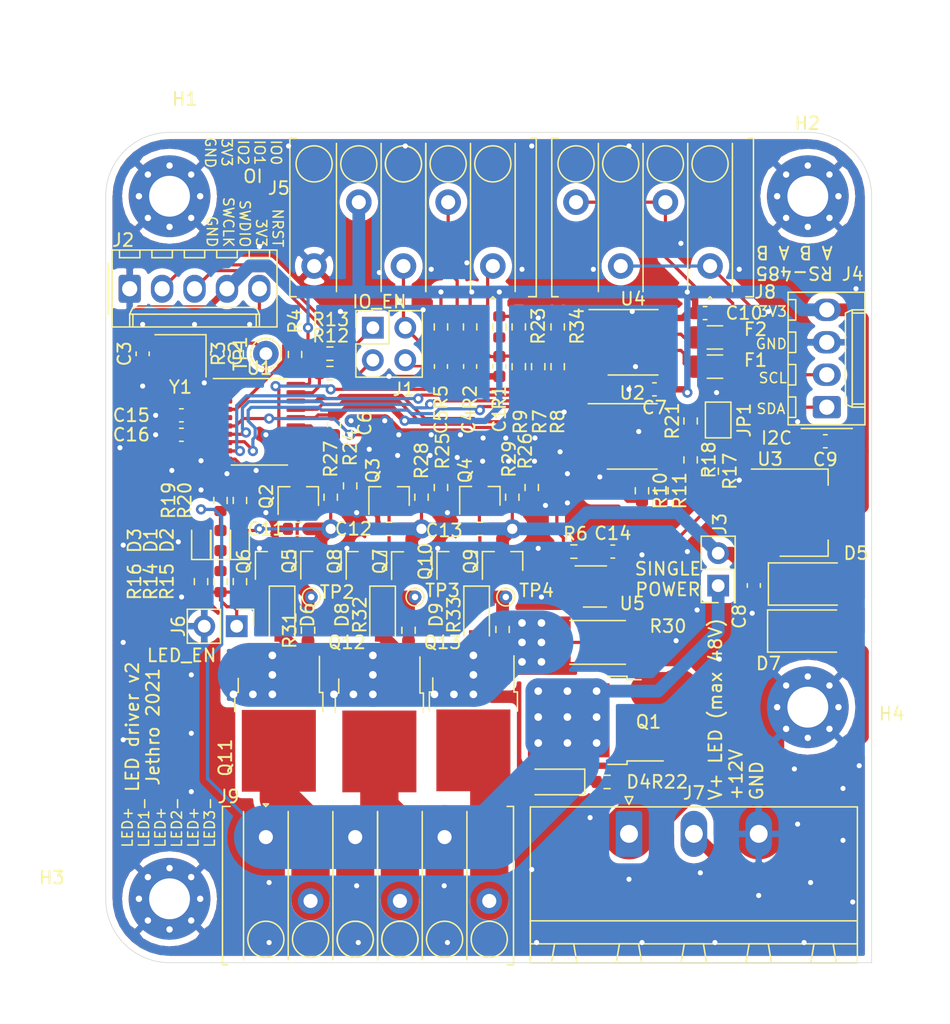
<source format=kicad_pcb>
(kicad_pcb (version 20171130) (host pcbnew 5.1.9+dfsg1-1)
  (layers (0 F.Cu signal) (31 B.Cu signal hide) (34 B.Paste user) (35 F.Paste user) (36 B.SilkS user) (37 F.SilkS user) (38 B.Mask user) (39 F.Mask user) (44 Edge.Cuts user))
  (net 0 "")
  (net 1 /IO0)
  (net 2 GND)
  (net 3 "Net-(C2-Pad1)")
  (net 4 "Net-(C3-Pad1)")
  (net 5 /IO1)
  (net 6 /IO2)
  (net 7 +3V3)
  (net 8 +12V)
  (net 9 VCC)
  (net 10 "Net-(D1-Pad1)")
  (net 11 "Net-(D2-Pad1)")
  (net 12 "Net-(D3-Pad1)")
  (net 13 "Net-(D4-Pad1)")
  (net 14 "Net-(D6-Pad2)")
  (net 15 "Net-(D7-Pad2)")
  (net 16 "Net-(D8-Pad2)")
  (net 17 "Net-(D8-Pad1)")
  (net 18 "Net-(D9-Pad2)")
  (net 19 "Net-(D9-Pad1)")
  (net 20 "Net-(F1-Pad2)")
  (net 21 "Net-(F2-Pad2)")
  (net 22 /SWCLK)
  (net 23 /SWDIO)
  (net 24 /~RST)
  (net 25 /SCL)
  (net 26 /SDA)
  (net 27 "Net-(J6-Pad1)")
  (net 28 +VDC)
  (net 29 "Net-(Q2-Pad3)")
  (net 30 "Net-(Q2-Pad2)")
  (net 31 "Net-(Q3-Pad3)")
  (net 32 "Net-(Q3-Pad2)")
  (net 33 "Net-(Q10-Pad1)")
  (net 34 "Net-(Q4-Pad2)")
  (net 35 /O1_LED_IN)
  (net 36 /LED_COM)
  (net 37 /O2_LED_IN)
  (net 38 /O3_LED_IN)
  (net 39 "Net-(R3-Pad2)")
  (net 40 "Net-(R6-Pad2)")
  (net 41 /CUR_SENSE)
  (net 42 "Net-(R7-Pad2)")
  (net 43 /RX)
  (net 44 /V_SENSE)
  (net 45 "Net-(R9-Pad2)")
  (net 46 "Net-(R10-Pad2)")
  (net 47 "Net-(R11-Pad2)")
  (net 48 "Net-(R12-Pad2)")
  (net 49 "Net-(R13-Pad2)")
  (net 50 "Net-(JP1-Pad1)")
  (net 51 /O1_SW)
  (net 52 /O2_SW)
  (net 53 /O3_SW)
  (net 54 /TX)
  (net 55 /RS485_RW)
  (net 56 "Net-(D6-Pad1)")
  (net 57 "Net-(R34-Pad1)")
  (net 58 /A)
  (net 59 /B)
  (module Resistor_SMD:R_0603_1608Metric (layer F.Cu) (at 194.323 66.04 180)
    (fp_text reference C13 (at 2.807 -0.127) (layer F.SilkS))
    (fp_text value 100n)
    (pad 2 smd roundrect (at 0.825 0 180) (size 0.8 0.95) (layers F.Cu F.Paste F.Mask) (net 2 GND))
    (pad 1 smd roundrect (at -0.825 0 180) (size 0.8 0.95) (layers F.Cu F.Paste F.Mask) (net 8 +12V))
  )
  (module Resistor_SMD:R_0603_1608Metric (layer F.Cu) (at 187.198 66.04 180)
    (fp_text reference C12 (at 2.794 0) (layer F.SilkS))
    (fp_text value 100n)
    (pad 2 smd roundrect (at 0.825 0 180) (size 0.8 0.95) (layers F.Cu F.Paste F.Mask) (net 2 GND))
    (pad 1 smd roundrect (at -0.825 0 180) (size 0.8 0.95) (layers F.Cu F.Paste F.Mask) (net 8 +12V))
  )
  (module Resistor_SMD:R_0603_1608Metric (layer F.Cu) (at 180.099 66.04 180)
    (fp_text reference C11 (at 2.553 0) (layer F.SilkS))
    (fp_text value 100n)
    (pad 2 smd roundrect (at 0.825 0 180) (size 0.8 0.95) (layers F.Cu F.Paste F.Mask) (net 2 GND))
    (pad 1 smd roundrect (at -0.825 0 180) (size 0.8 0.95) (layers F.Cu F.Paste F.Mask) (net 8 +12V))
  )
  (module Resistor_SMD:R_0603_1608Metric (layer F.Cu) (at 200.406 50.229 90)
    (fp_text reference R34 (at 0.064 1.524 90) (layer F.SilkS))
    (fp_text value NM)
    (pad 2 smd roundrect (at 0.825 0 90) (size 0.8 0.95) (layers F.Cu F.Paste F.Mask) (net 2 GND))
    (pad 1 smd roundrect (at -0.825 0 90) (size 0.8 0.95) (layers F.Cu F.Paste F.Mask) (net 57 "Net-(R34-Pad1)"))
  )
  (module Resistor_SMD:R_0603_1608Metric (layer F.Cu) (at 200.406 53.34 90)
    (fp_text reference R8 (at -4.318 0 90) (layer F.SilkS))
    (fp_text value 330R)
    (pad 2 smd roundrect (at 0.825 0 90) (size 0.8 0.95) (layers F.Cu F.Paste F.Mask) (net 57 "Net-(R34-Pad1)"))
    (pad 1 smd roundrect (at -0.825 0 90) (size 0.8 0.95) (layers F.Cu F.Paste F.Mask) (net 55 /RS485_RW))
  )
  (module Resistor_SMD:R_2512_6332Metric (layer F.Cu) (at 203.5395 74.93)
    (fp_text reference R30 (at 5.5025 -1.27) (layer F.SilkS))
    (fp_text value 0.004R)
    (pad 2 smd roundrect (at 2.9625 0) (size 1.225 3.35) (layers F.Cu F.Paste F.Mask) (roundrect_rratio 0.204082) (net 2 GND))
    (pad 1 smd roundrect (at -2.9625 0) (size 1.225 3.35) (layers F.Cu F.Paste F.Mask) (roundrect_rratio 0.204) (net 36 /LED_COM))
  )
  (module TestPoint:TestPoint_THTPad_D1.0mm_Drill0.5mm (layer F.Cu) (at 196.342 71.374)
    (fp_text reference TP4 (at 2.413 -0.508) (layer F.SilkS))
    (fp_text value G3)
    (pad 1 thru_hole circle (at 0 0) (size 1 1) (drill 0.5) (layers *.Cu *.Mask) (net 19 "Net-(D9-Pad1)"))
  )
  (module TestPoint:TestPoint_THTPad_D1.0mm_Drill0.5mm (layer F.Cu) (at 189.23 71.374)
    (fp_text reference TP3 (at 2.159 -0.508) (layer F.SilkS))
    (fp_text value G2)
    (pad 1 thru_hole circle (at 0 0) (size 1 1) (drill 0.5) (layers *.Cu *.Mask) (net 17 "Net-(D8-Pad1)"))
  )
  (module TestPoint:TestPoint_THTPad_D1.0mm_Drill0.5mm (layer F.Cu) (at 181.102 71.374)
    (fp_text reference TP2 (at 2.032 -0.381) (layer F.SilkS))
    (fp_text value G1)
    (pad 1 thru_hole circle (at 0 0) (size 1 1) (drill 0.5) (layers *.Cu *.Mask) (net 56 "Net-(D6-Pad1)"))
  )
  (module LED_driver:PTSA_1.5_5-3.5-Z_1985221 (layer F.Cu) (at 195.326 45.466 180)
    (fp_text reference J5 (at 16.764 6.096) (layer F.SilkS))
    (fp_text value GPIO)
    (pad 5 thru_hole circle (at 14 0 180) (size 2 2) (drill 1.1) (layers *.Cu *.Mask) (net 2 GND))
    (pad 4 thru_hole circle (at 10.5 5 180) (size 2 2) (drill 1.1) (layers *.Cu *.Mask) (net 7 +3V3))
    (pad 3 thru_hole circle (at 7 0 180) (size 2 2) (drill 1.1) (layers *.Cu *.Mask) (net 6 /IO2))
    (pad 2 thru_hole circle (at 3.5 5 180) (size 2 2) (drill 1.1) (layers *.Cu *.Mask) (net 5 /IO1))
    (pad 1 thru_hole circle (at 0 0 180) (size 2 2) (drill 1.1) (layers *.Cu *.Mask) (net 1 /IO0))
  )
  (module Capacitor_SMD:C_0603_1608Metric (layer F.Cu) (at 170.929 58.674 180)
    (fp_text reference C16 (at 3.924 0) (layer F.SilkS))
    (fp_text value 1u)
    (pad 2 smd roundrect (at 0.775 0 180) (size 0.9 0.95) (layers F.Cu F.Paste F.Mask) (net 2 GND))
    (pad 1 smd roundrect (at -0.775 0 180) (size 0.9 0.95) (layers F.Cu F.Paste F.Mask) (net 7 +3V3))
  )
  (module Capacitor_SMD:C_0603_1608Metric (layer F.Cu) (at 170.929 57.15 180)
    (fp_text reference C15 (at 3.924 0) (layer F.SilkS))
    (fp_text value 10n)
    (pad 2 smd roundrect (at 0.775 0 180) (size 0.9 0.95) (layers F.Cu F.Paste F.Mask) (net 2 GND))
    (pad 1 smd roundrect (at -0.775 0 180) (size 0.9 0.95) (layers F.Cu F.Paste F.Mask) (net 7 +3V3))
  )
  (module Diode_SMD:D_SOD-123 (layer F.Cu) (at 194.056 72.772 270)
    (fp_text reference D9 (at -0.001 3.175 90) (layer F.SilkS))
    (fp_text value 1N4148W)
    (pad 2 smd rect (at 1.65 0 270) (size 0.9 1.2) (layers F.Cu F.Paste F.Mask) (net 18 "Net-(D9-Pad2)"))
    (pad 1 smd rect (at -1.65 0 270) (size 0.9 1.2) (layers F.Cu F.Paste F.Mask) (net 19 "Net-(D9-Pad1)"))
  )
  (module Diode_SMD:D_SOD-123 (layer F.Cu) (at 186.69 72.772 270)
    (fp_text reference D8 (at -0.001 3.175 90) (layer F.SilkS))
    (fp_text value 1N4148W)
    (pad 2 smd rect (at 1.65 0 270) (size 0.9 1.2) (layers F.Cu F.Paste F.Mask) (net 16 "Net-(D8-Pad2)"))
    (pad 1 smd rect (at -1.65 0 270) (size 0.9 1.2) (layers F.Cu F.Paste F.Mask) (net 17 "Net-(D8-Pad1)"))
  )
  (module Diode_SMD:D_SOD-123 (layer F.Cu) (at 178.816 72.772 270)
    (fp_text reference D6 (at 0 -2 90) (layer F.SilkS))
    (fp_text value 1N4148W)
    (pad 2 smd rect (at 1.65 0 270) (size 0.9 1.2) (layers F.Cu F.Paste F.Mask) (net 14 "Net-(D6-Pad2)"))
    (pad 1 smd rect (at -1.65 0 270) (size 0.9 1.2) (layers F.Cu F.Paste F.Mask) (net 56 "Net-(D6-Pad1)"))
  )
  (module Jumper:SolderJumper-2_P1.3mm_Bridged_Pad1.0x1.5mm (layer F.Cu) (at 212.979 57.516 90)
    (fp_text reference JP1 (at -0.015 2.032 90) (layer F.SilkS))
    (fp_text value SolderJumper_2_Bridged)
    (fp_poly (pts (xy -0.25 -0.3) (xy 0.25 -0.3) (xy 0.25 0.3) (xy -0.25 0.3)) (layer F.Cu) (width 0))
    (pad 2 smd rect (at 0.65 0 90) (size 1 1.5) (layers F.Cu F.Mask) (net 2 GND))
    (pad 1 smd rect (at -0.65 0 90) (size 1 1.5) (layers F.Cu F.Mask) (net 50 "Net-(JP1-Pad1)"))
  )
  (module LED_driver:PTSA_1.5_6-3.5-Z-1985234 (layer F.Cu) (at 177.546 90.17)
    (fp_text reference J9 (at -2.921 -3.175) (layer F.SilkS))
    (fp_text value LED)
    (pad 6 thru_hole circle (at 17.5 5) (size 2 2) (drill 1.1) (layers *.Cu *.Mask) (net 38 /O3_LED_IN))
    (pad 5 thru_hole circle (at 14 0) (size 2 2) (drill 1.1) (layers *.Cu *.Mask) (net 9 VCC))
    (pad 4 thru_hole circle (at 10.5 5) (size 2 2) (drill 1.1) (layers *.Cu *.Mask) (net 37 /O2_LED_IN))
    (pad 3 thru_hole circle (at 7 0) (size 2 2) (drill 1.1) (layers *.Cu *.Mask) (net 9 VCC))
    (pad 2 thru_hole circle (at 3.5 5) (size 2 2) (drill 1.1) (layers *.Cu *.Mask) (net 35 /O1_LED_IN))
    (pad 1 thru_hole circle (at 0 0) (size 2 2) (drill 1.1) (layers *.Cu *.Mask) (net 9 VCC))
  )
  (module Crystal:Crystal_SMD_3225-4Pin_3.2x2.5mm (layer F.Cu) (at 170.858 52.49 180)
    (fp_text reference Y1 (at 0 -2.45) (layer F.SilkS))
    (fp_text value Crystal_GND24)
    (pad 4 smd rect (at -1.1 -0.85 180) (size 1.4 1.2) (layers F.Cu F.Paste F.Mask) (net 2 GND))
    (pad 3 smd rect (at 1.1 -0.85 180) (size 1.4 1.2) (layers F.Cu F.Paste F.Mask) (net 4 "Net-(C3-Pad1)"))
    (pad 2 smd rect (at 1.1 0.85 180) (size 1.4 1.2) (layers F.Cu F.Paste F.Mask) (net 2 GND))
    (pad 1 smd rect (at -1.1 0.85 180) (size 1.4 1.2) (layers F.Cu F.Paste F.Mask) (net 3 "Net-(C2-Pad1)"))
  )
  (module Package_TO_SOT_SMD:SOT-23-5 (layer F.Cu) (at 203.327 70.551)
    (fp_text reference U5 (at 2.921 1.331) (layer F.SilkS))
    (fp_text value INA180)
    (pad 5 smd rect (at 1.1 -0.95) (size 1.06 0.65) (layers F.Cu F.Paste F.Mask) (net 7 +3V3))
    (pad 4 smd rect (at 1.1 0.95) (size 1.06 0.65) (layers F.Cu F.Paste F.Mask) (net 2 GND))
    (pad 3 smd rect (at -1.1 0.95) (size 1.06 0.65) (layers F.Cu F.Paste F.Mask) (net 36 /LED_COM))
    (pad 2 smd rect (at -1.1 0) (size 1.06 0.65) (layers F.Cu F.Paste F.Mask) (net 2 GND))
    (pad 1 smd rect (at -1.1 -0.95) (size 1.06 0.65) (layers F.Cu F.Paste F.Mask) (net 41 /CUR_SENSE))
  )
  (module Package_SO:SOIC-8_3.9x4.9mm_P1.27mm (layer F.Cu) (at 206.313 51.435)
    (fp_text reference U4 (at 0 -3.4) (layer F.SilkS))
    (fp_text value SP3485EN)
    (pad 8 smd roundrect (at 2.475 -1.905) (size 1.95 0.6) (layers F.Cu F.Paste F.Mask) (net 7 +3V3))
    (pad 7 smd roundrect (at 2.475 -0.635) (size 1.95 0.6) (layers F.Cu F.Paste F.Mask) (net 21 "Net-(F2-Pad2)"))
    (pad 6 smd roundrect (at 2.475 0.635) (size 1.95 0.6) (layers F.Cu F.Paste F.Mask) (net 20 "Net-(F1-Pad2)"))
    (pad 5 smd roundrect (at 2.475 1.905) (size 1.95 0.6) (layers F.Cu F.Paste F.Mask) (net 2 GND))
    (pad 4 smd roundrect (at -2.475 1.905) (size 1.95 0.6) (layers F.Cu F.Paste F.Mask) (net 54 /TX))
    (pad 3 smd roundrect (at -2.475 0.635) (size 1.95 0.6) (layers F.Cu F.Paste F.Mask) (net 55 /RS485_RW))
    (pad 2 smd roundrect (at -2.475 -0.635) (size 1.95 0.6) (layers F.Cu F.Paste F.Mask) (net 57 "Net-(R34-Pad1)"))
    (pad 1 smd roundrect (at -2.475 -1.905) (size 1.95 0.6) (layers F.Cu F.Paste F.Mask) (net 43 /RX))
  )
  (module Package_TO_SOT_SMD:SOT-223-3_TabPin2 (layer F.Cu) (at 219.685 64.77)
    (fp_text reference U3 (at -2.642 -4.191) (layer F.SilkS))
    (fp_text value AMS1117-3.3)
    (pad 1 smd rect (at -3.15 -2.3) (size 2 1.5) (layers F.Cu F.Paste F.Mask) (net 2 GND))
    (pad 3 smd rect (at -3.15 2.3) (size 2 1.5) (layers F.Cu F.Paste F.Mask) (net 8 +12V))
    (pad 2 smd rect (at -3.15 0) (size 2 1.5) (layers F.Cu F.Paste F.Mask) (net 7 +3V3))
    (pad 2 smd rect (at 3.15 0) (size 2 3.8) (layers F.Cu F.Paste F.Mask) (net 7 +3V3))
  )
  (module Package_SO:SOIC-8_3.9x4.9mm_P1.27mm (layer F.Cu) (at 206.248 58.801)
    (fp_text reference U2 (at 0 -3.4) (layer F.SilkS))
    (fp_text value M24C02-WMN)
    (pad 8 smd roundrect (at 2.475 -1.905) (size 1.95 0.6) (layers F.Cu F.Paste F.Mask) (net 7 +3V3))
    (pad 7 smd roundrect (at 2.475 -0.635) (size 1.95 0.6) (layers F.Cu F.Paste F.Mask) (net 50 "Net-(JP1-Pad1)"))
    (pad 6 smd roundrect (at 2.475 0.635) (size 1.95 0.6) (layers F.Cu F.Paste F.Mask) (net 25 /SCL))
    (pad 5 smd roundrect (at 2.475 1.905) (size 1.95 0.6) (layers F.Cu F.Paste F.Mask) (net 26 /SDA))
    (pad 4 smd roundrect (at -2.475 1.905) (size 1.95 0.6) (layers F.Cu F.Paste F.Mask) (net 2 GND))
    (pad 3 smd roundrect (at -2.475 0.635) (size 1.95 0.6) (layers F.Cu F.Paste F.Mask) (net 2 GND))
    (pad 2 smd roundrect (at -2.475 -0.635) (size 1.95 0.6) (layers F.Cu F.Paste F.Mask) (net 2 GND))
    (pad 1 smd roundrect (at -2.475 -1.905) (size 1.95 0.6) (layers F.Cu F.Paste F.Mask) (net 2 GND))
  )
  (module Package_SO:TSSOP-20_4.4x6.5mm_P0.65mm (layer F.Cu) (at 177.038 57.658)
    (fp_text reference U1 (at 0 -4.2) (layer F.SilkS))
    (fp_text value STM32F030F4Px)
    (pad 20 smd roundrect (at 2.8625 -2.925) (size 1.475 0.4) (layers F.Cu F.Paste F.Mask) (net 49 "Net-(R13-Pad2)"))
    (pad 19 smd roundrect (at 2.8625 -2.275) (size 1.475 0.4) (layers F.Cu F.Paste F.Mask) (net 48 "Net-(R12-Pad2)"))
    (pad 18 smd roundrect (at 2.8625 -1.625) (size 1.475 0.4) (layers F.Cu F.Paste F.Mask) (net 47 "Net-(R11-Pad2)"))
    (pad 17 smd roundrect (at 2.8625 -0.975) (size 1.475 0.4) (layers F.Cu F.Paste F.Mask) (net 46 "Net-(R10-Pad2)"))
    (pad 16 smd roundrect (at 2.8625 -0.325) (size 1.475 0.4) (layers F.Cu F.Paste F.Mask) (net 7 +3V3))
    (pad 15 smd roundrect (at 2.8625 0.325) (size 1.475 0.4) (layers F.Cu F.Paste F.Mask) (net 2 GND))
    (pad 14 smd roundrect (at 2.8625 0.975) (size 1.475 0.4) (layers F.Cu F.Paste F.Mask) (net 53 /O3_SW))
    (pad 13 smd roundrect (at 2.8625 1.625) (size 1.475 0.4) (layers F.Cu F.Paste F.Mask) (net 52 /O2_SW))
    (pad 12 smd roundrect (at 2.8625 2.275) (size 1.475 0.4) (layers F.Cu F.Paste F.Mask) (net 51 /O1_SW))
    (pad 11 smd roundrect (at 2.8625 2.925) (size 1.475 0.4) (layers F.Cu F.Paste F.Mask) (net 45 "Net-(R9-Pad2)"))
    (pad 10 smd roundrect (at -2.8625 2.925) (size 1.475 0.4) (layers F.Cu F.Paste F.Mask) (net 44 /V_SENSE))
    (pad 9 smd roundrect (at -2.8625 2.275) (size 1.475 0.4) (layers F.Cu F.Paste F.Mask) (net 42 "Net-(R7-Pad2)"))
    (pad 8 smd roundrect (at -2.8625 1.625) (size 1.475 0.4) (layers F.Cu F.Paste F.Mask) (net 54 /TX))
    (pad 7 smd roundrect (at -2.8625 0.975) (size 1.475 0.4) (layers F.Cu F.Paste F.Mask) (net 55 /RS485_RW))
    (pad 6 smd roundrect (at -2.8625 0.325) (size 1.475 0.4) (layers F.Cu F.Paste F.Mask) (net 40 "Net-(R6-Pad2)"))
    (pad 5 smd roundrect (at -2.8625 -0.325) (size 1.475 0.4) (layers F.Cu F.Paste F.Mask) (net 7 +3V3))
    (pad 4 smd roundrect (at -2.8625 -0.975) (size 1.475 0.4) (layers F.Cu F.Paste F.Mask) (net 24 /~RST))
    (pad 3 smd roundrect (at -2.8625 -1.625) (size 1.475 0.4) (layers F.Cu F.Paste F.Mask) (net 4 "Net-(C3-Pad1)"))
    (pad 2 smd roundrect (at -2.8625 -2.275) (size 1.475 0.4) (layers F.Cu F.Paste F.Mask) (net 3 "Net-(C2-Pad1)"))
    (pad 1 smd roundrect (at -2.8625 -2.925) (size 1.475 0.4) (layers F.Cu F.Paste F.Mask) (net 39 "Net-(R3-Pad2)"))
  )
  (module TestPoint:TestPoint_THTPad_D2.0mm_Drill1.0mm (layer F.Cu) (at 177.546 52.324 90)
    (fp_text reference TP1 (at 0 -1.998 90) (layer F.SilkS))
    (fp_text value BOOT0)
    (pad 1 thru_hole circle (at 0 0 90) (size 2 2) (drill 1) (layers *.Cu *.Mask) (net 39 "Net-(R3-Pad2)"))
  )
  (module Resistor_SMD:R_0603_1608Metric (layer F.Cu) (at 196.088 73.914 90)
    (fp_text reference R33 (at 1.143 -3.81 90) (layer F.SilkS))
    (fp_text value 100R)
    (pad 2 smd roundrect (at 0.825 0 90) (size 0.8 0.95) (layers F.Cu F.Paste F.Mask) (net 19 "Net-(D9-Pad1)"))
    (pad 1 smd roundrect (at -0.825 0 90) (size 0.8 0.95) (layers F.Cu F.Paste F.Mask) (net 18 "Net-(D9-Pad2)"))
  )
  (module Resistor_SMD:R_0603_1608Metric (layer F.Cu) (at 188.722 73.977 90)
    (fp_text reference R32 (at 1.206 -3.81 90) (layer F.SilkS))
    (fp_text value 100R)
    (pad 2 smd roundrect (at 0.825 0 90) (size 0.8 0.95) (layers F.Cu F.Paste F.Mask) (net 17 "Net-(D8-Pad1)"))
    (pad 1 smd roundrect (at -0.825 0 90) (size 0.8 0.95) (layers F.Cu F.Paste F.Mask) (net 16 "Net-(D8-Pad2)"))
  )
  (module Resistor_SMD:R_0603_1608Metric (layer F.Cu) (at 180.848 73.977 90)
    (fp_text reference R31 (at 0 -1.43 90) (layer F.SilkS))
    (fp_text value 100R)
    (pad 2 smd roundrect (at 0.825 0 90) (size 0.8 0.95) (layers F.Cu F.Paste F.Mask) (net 56 "Net-(D6-Pad1)"))
    (pad 1 smd roundrect (at -0.825 0 90) (size 0.8 0.95) (layers F.Cu F.Paste F.Mask) (net 14 "Net-(D6-Pad2)"))
  )
  (module Resistor_SMD:R_0603_1608Metric (layer F.Cu) (at 196.85 63.563 90)
    (fp_text reference R29 (at 2.984 -0.254 90) (layer F.SilkS))
    (fp_text value 1k5)
    (pad 2 smd roundrect (at 0.825 0 90) (size 0.8 0.95) (layers F.Cu F.Paste F.Mask) (net 33 "Net-(Q10-Pad1)"))
    (pad 1 smd roundrect (at -0.825 0 90) (size 0.8 0.95) (layers F.Cu F.Paste F.Mask) (net 8 +12V))
  )
  (module Resistor_SMD:R_0603_1608Metric (layer F.Cu) (at 189.738 63.563 90)
    (fp_text reference R28 (at 2.857 0 90) (layer F.SilkS))
    (fp_text value 1k5)
    (pad 2 smd roundrect (at 0.825 0 90) (size 0.8 0.95) (layers F.Cu F.Paste F.Mask) (net 31 "Net-(Q3-Pad3)"))
    (pad 1 smd roundrect (at -0.825 0 90) (size 0.8 0.95) (layers F.Cu F.Paste F.Mask) (net 8 +12V))
  )
  (module Resistor_SMD:R_0603_1608Metric (layer F.Cu) (at 182.626 63.563 90)
    (fp_text reference R27 (at 2.984 0 90) (layer F.SilkS))
    (fp_text value 1k5)
    (pad 2 smd roundrect (at 0.825 0 90) (size 0.8 0.95) (layers F.Cu F.Paste F.Mask) (net 29 "Net-(Q2-Pad3)"))
    (pad 1 smd roundrect (at -0.825 0 90) (size 0.8 0.95) (layers F.Cu F.Paste F.Mask) (net 8 +12V))
  )
  (module Resistor_SMD:R_0603_1608Metric (layer F.Cu) (at 198.374 62.802 90)
    (fp_text reference R26 (at 2.858 -0.508 90) (layer F.SilkS))
    (fp_text value 4k7)
    (pad 2 smd roundrect (at 0.825 0 90) (size 0.8 0.95) (layers F.Cu F.Paste F.Mask) (net 53 /O3_SW))
    (pad 1 smd roundrect (at -0.825 0 90) (size 0.8 0.95) (layers F.Cu F.Paste F.Mask) (net 34 "Net-(Q4-Pad2)"))
  )
  (module Resistor_SMD:R_0603_1608Metric (layer F.Cu) (at 191.262 62.802 90)
    (fp_text reference R25 (at 2.858 0.127 90) (layer F.SilkS))
    (fp_text value 4k7)
    (pad 2 smd roundrect (at 0.825 0 90) (size 0.8 0.95) (layers F.Cu F.Paste F.Mask) (net 52 /O2_SW))
    (pad 1 smd roundrect (at -0.825 0 90) (size 0.8 0.95) (layers F.Cu F.Paste F.Mask) (net 32 "Net-(Q3-Pad2)"))
  )
  (module Resistor_SMD:R_0603_1608Metric (layer F.Cu) (at 184.15 62.675 90)
    (fp_text reference R24 (at 2.985 0 90) (layer F.SilkS))
    (fp_text value 4k7)
    (pad 2 smd roundrect (at 0.825 0 90) (size 0.8 0.95) (layers F.Cu F.Paste F.Mask) (net 51 /O1_SW))
    (pad 1 smd roundrect (at -0.825 0 90) (size 0.8 0.95) (layers F.Cu F.Paste F.Mask) (net 30 "Net-(Q2-Pad2)"))
  )
  (module Resistor_SMD:R_0603_1608Metric (layer F.Cu) (at 197.358 50.229 270)
    (fp_text reference R23 (at -0.064 -1.524 90) (layer F.SilkS))
    (fp_text value 24k)
    (pad 2 smd roundrect (at 0.825 0 270) (size 0.8 0.95) (layers F.Cu F.Paste F.Mask) (net 43 /RX))
    (pad 1 smd roundrect (at -0.825 0 270) (size 0.8 0.95) (layers F.Cu F.Paste F.Mask) (net 7 +3V3))
  )
  (module Resistor_SMD:R_0603_1608Metric (layer F.Cu) (at 204.279 85.852 180)
    (fp_text reference R22 (at -4.89 0) (layer F.SilkS))
    (fp_text value 24k)
    (pad 2 smd roundrect (at 0.825 0 180) (size 0.8 0.95) (layers F.Cu F.Paste F.Mask) (net 13 "Net-(D4-Pad1)"))
    (pad 1 smd roundrect (at -0.825 0 180) (size 0.8 0.95) (layers F.Cu F.Paste F.Mask) (net 2 GND))
  )
  (module Resistor_SMD:R_0603_1608Metric (layer F.Cu) (at 210.82 57.594 90)
    (fp_text reference R21 (at 0 -1.43 90) (layer F.SilkS))
    (fp_text value 24k)
    (pad 2 smd roundrect (at 0.825 0 90) (size 0.8 0.95) (layers F.Cu F.Paste F.Mask) (net 7 +3V3))
    (pad 1 smd roundrect (at -0.825 0 90) (size 0.8 0.95) (layers F.Cu F.Paste F.Mask) (net 50 "Net-(JP1-Pad1)"))
  )
  (module Resistor_SMD:R_0603_1608Metric (layer F.Cu) (at 175.514 63.817 270)
    (fp_text reference R20 (at 0 4.318 90) (layer F.SilkS))
    (fp_text value 1k5)
    (pad 2 smd roundrect (at 0.825 0 270) (size 0.8 0.95) (layers F.Cu F.Paste F.Mask) (net 2 GND))
    (pad 1 smd roundrect (at -0.825 0 270) (size 0.8 0.95) (layers F.Cu F.Paste F.Mask) (net 44 /V_SENSE))
  )
  (module Resistor_SMD:R_0603_1608Metric (layer F.Cu) (at 173.99 63.817 90)
    (fp_text reference R19 (at 0 -4.064 90) (layer F.SilkS))
    (fp_text value 24k)
    (pad 2 smd roundrect (at 0.825 0 90) (size 0.8 0.95) (layers F.Cu F.Paste F.Mask) (net 44 /V_SENSE))
    (pad 1 smd roundrect (at -0.825 0 90) (size 0.8 0.95) (layers F.Cu F.Paste F.Mask) (net 9 VCC))
  )
  (module Resistor_SMD:R_0603_1608Metric (layer F.Cu) (at 210.82 60.642 270)
    (fp_text reference R18 (at 0 -1.43 90) (layer F.SilkS))
    (fp_text value 1k5)
    (pad 2 smd roundrect (at 0.825 0 270) (size 0.8 0.95) (layers F.Cu F.Paste F.Mask) (net 7 +3V3))
    (pad 1 smd roundrect (at -0.825 0 270) (size 0.8 0.95) (layers F.Cu F.Paste F.Mask) (net 25 /SCL))
  )
  (module Resistor_SMD:R_0603_1608Metric (layer F.Cu) (at 212.471 61.532 270)
    (fp_text reference R17 (at 0 -1.43 90) (layer F.SilkS))
    (fp_text value 1k5)
    (pad 2 smd roundrect (at 0.825 0 270) (size 0.8 0.95) (layers F.Cu F.Paste F.Mask) (net 7 +3V3))
    (pad 1 smd roundrect (at -0.825 0 270) (size 0.8 0.95) (layers F.Cu F.Paste F.Mask) (net 26 /SDA))
  )
  (module Resistor_SMD:R_0603_1608Metric (layer F.Cu) (at 172.466 70.168 270)
    (fp_text reference R16 (at 0 5.207 90) (layer F.SilkS))
    (fp_text value 1k5)
    (pad 2 smd roundrect (at 0.825 0 270) (size 0.8 0.95) (layers F.Cu F.Paste F.Mask) (net 27 "Net-(J6-Pad1)"))
    (pad 1 smd roundrect (at -0.825 0 270) (size 0.8 0.95) (layers F.Cu F.Paste F.Mask) (net 12 "Net-(D3-Pad1)"))
  )
  (module Resistor_SMD:R_0603_1608Metric (layer F.Cu) (at 175.514 70.168 270)
    (fp_text reference R15 (at 0 5.715 90) (layer F.SilkS))
    (fp_text value 4k7)
    (pad 2 smd roundrect (at 0.825 0 270) (size 0.8 0.95) (layers F.Cu F.Paste F.Mask) (net 27 "Net-(J6-Pad1)"))
    (pad 1 smd roundrect (at -0.825 0 270) (size 0.8 0.95) (layers F.Cu F.Paste F.Mask) (net 11 "Net-(D2-Pad1)"))
  )
  (module Resistor_SMD:R_0603_1608Metric (layer F.Cu) (at 173.99 70.168 270)
    (fp_text reference R14 (at 0 5.461 90) (layer F.SilkS))
    (fp_text value 24k)
    (pad 2 smd roundrect (at 0.825 0 270) (size 0.8 0.95) (layers F.Cu F.Paste F.Mask) (net 27 "Net-(J6-Pad1)"))
    (pad 1 smd roundrect (at -0.825 0 270) (size 0.8 0.95) (layers F.Cu F.Paste F.Mask) (net 10 "Net-(D1-Pad1)"))
  )
  (module Resistor_SMD:R_0603_1608Metric (layer F.Cu) (at 182.563 52.324 180)
    (fp_text reference R13 (at -0.063 2.667) (layer F.SilkS))
    (fp_text value 330R)
    (pad 2 smd roundrect (at 0.825 0 180) (size 0.8 0.95) (layers F.Cu F.Paste F.Mask) (net 49 "Net-(R13-Pad2)"))
    (pad 1 smd roundrect (at -0.825 0 180) (size 0.8 0.95) (layers F.Cu F.Paste F.Mask) (net 22 /SWCLK))
  )
  (module Resistor_SMD:R_0603_1608Metric (layer F.Cu) (at 182.563 53.848 180)
    (fp_text reference R12 (at -0.063 2.921) (layer F.SilkS))
    (fp_text value 330R)
    (pad 2 smd roundrect (at 0.825 0 180) (size 0.8 0.95) (layers F.Cu F.Paste F.Mask) (net 48 "Net-(R12-Pad2)"))
    (pad 1 smd roundrect (at -0.825 0 180) (size 0.8 0.95) (layers F.Cu F.Paste F.Mask) (net 23 /SWDIO))
  )
  (module Resistor_SMD:R_0603_1608Metric (layer F.Cu) (at 208.534 63.055 270)
    (fp_text reference R11 (at 0 -1.43 90) (layer F.SilkS))
    (fp_text value 330R)
    (pad 2 smd roundrect (at 0.825 0 270) (size 0.8 0.95) (layers F.Cu F.Paste F.Mask) (net 47 "Net-(R11-Pad2)"))
    (pad 1 smd roundrect (at -0.825 0 270) (size 0.8 0.95) (layers F.Cu F.Paste F.Mask) (net 26 /SDA))
  )
  (module Resistor_SMD:R_0603_1608Metric (layer F.Cu) (at 207.01 63.055 270)
    (fp_text reference R10 (at 0 -1.43 90) (layer F.SilkS))
    (fp_text value 330R)
    (pad 2 smd roundrect (at 0.825 0 270) (size 0.8 0.95) (layers F.Cu F.Paste F.Mask) (net 46 "Net-(R10-Pad2)"))
    (pad 1 smd roundrect (at -0.825 0 270) (size 0.8 0.95) (layers F.Cu F.Paste F.Mask) (net 25 /SCL))
  )
  (module Resistor_SMD:R_0603_1608Metric (layer F.Cu) (at 197.358 53.34 270)
    (fp_text reference R9 (at 4.318 -0.127 90) (layer F.SilkS))
    (fp_text value 330R)
    (pad 2 smd roundrect (at 0.825 0 270) (size 0.8 0.95) (layers F.Cu F.Paste F.Mask) (net 45 "Net-(R9-Pad2)"))
    (pad 1 smd roundrect (at -0.825 0 270) (size 0.8 0.95) (layers F.Cu F.Paste F.Mask) (net 1 /IO0))
  )
  (module Resistor_SMD:R_0603_1608Metric (layer F.Cu) (at 198.882 53.34 270)
    (fp_text reference R7 (at 4.318 -0.127 90) (layer F.SilkS))
    (fp_text value 330R)
    (pad 2 smd roundrect (at 0.825 0 270) (size 0.8 0.95) (layers F.Cu F.Paste F.Mask) (net 42 "Net-(R7-Pad2)"))
    (pad 1 smd roundrect (at -0.825 0 270) (size 0.8 0.95) (layers F.Cu F.Paste F.Mask) (net 43 /RX))
  )
  (module Resistor_SMD:R_0603_1608Metric (layer F.Cu) (at 201.676 67.818 180)
    (fp_text reference R6 (at -0.127 1.397) (layer F.SilkS))
    (fp_text value 330R)
    (pad 2 smd roundrect (at 0.825 0 180) (size 0.8 0.95) (layers F.Cu F.Paste F.Mask) (net 40 "Net-(R6-Pad2)"))
    (pad 1 smd roundrect (at -0.825 0 180) (size 0.8 0.95) (layers F.Cu F.Paste F.Mask) (net 41 /CUR_SENSE))
  )
  (module Resistor_SMD:R_0603_1608Metric (layer F.Cu) (at 191.262 50.229 270)
    (fp_text reference R5 (at 5.524 0 90) (layer F.SilkS))
    (fp_text value 24k)
    (pad 2 smd roundrect (at 0.825 0 270) (size 0.8 0.95) (layers F.Cu F.Paste F.Mask) (net 6 /IO2))
    (pad 1 smd roundrect (at -0.825 0 270) (size 0.8 0.95) (layers F.Cu F.Paste F.Mask) (net 7 +3V3))
  )
  (module Resistor_SMD:R_0603_1608Metric (layer F.Cu) (at 179.832 52.387 270)
    (fp_text reference R4 (at -2.603 0 90) (layer F.SilkS))
    (fp_text value 24k)
    (pad 2 smd roundrect (at 0.825 0 270) (size 0.8 0.95) (layers F.Cu F.Paste F.Mask) (net 7 +3V3))
    (pad 1 smd roundrect (at -0.825 0 270) (size 0.8 0.95) (layers F.Cu F.Paste F.Mask) (net 24 /~RST))
  )
  (module Resistor_SMD:R_0603_1608Metric (layer F.Cu) (at 175.26 52.324 90)
    (fp_text reference R3 (at 0 -1.43 90) (layer F.SilkS))
    (fp_text value 24k)
    (pad 2 smd roundrect (at 0.825 0 90) (size 0.8 0.95) (layers F.Cu F.Paste F.Mask) (net 39 "Net-(R3-Pad2)"))
    (pad 1 smd roundrect (at -0.825 0 90) (size 0.8 0.95) (layers F.Cu F.Paste F.Mask) (net 2 GND))
  )
  (module Resistor_SMD:R_0603_1608Metric (layer F.Cu) (at 193.548 50.229 270)
    (fp_text reference R2 (at 5.524 0 90) (layer F.SilkS))
    (fp_text value 24k)
    (pad 2 smd roundrect (at 0.825 0 270) (size 0.8 0.95) (layers F.Cu F.Paste F.Mask) (net 5 /IO1))
    (pad 1 smd roundrect (at -0.825 0 270) (size 0.8 0.95) (layers F.Cu F.Paste F.Mask) (net 7 +3V3))
  )
  (module Resistor_SMD:R_0603_1608Metric (layer F.Cu) (at 195.834 50.229 270)
    (fp_text reference R1 (at 5.524 0 90) (layer F.SilkS))
    (fp_text value 24k)
    (pad 2 smd roundrect (at 0.825 0 270) (size 0.8 0.95) (layers F.Cu F.Paste F.Mask) (net 1 /IO0))
    (pad 1 smd roundrect (at -0.825 0 270) (size 0.8 0.95) (layers F.Cu F.Paste F.Mask) (net 7 +3V3))
  )
  (module Package_TO_SOT_SMD:TO-252-2 (layer F.Cu) (at 193.802 81.28 270)
    (fp_text reference Q13 (at -6.35 2.413 180) (layer F.SilkS))
    (fp_text value RU6070L)
    (pad 2 smd rect (at 2.1 0 270) (size 6.4 5.8) (layers F.Cu F.Mask) (net 38 /O3_LED_IN))
    (pad 3 smd rect (at -4.2 2.28 270) (size 2.2 1.2) (layers F.Cu F.Paste F.Mask) (net 36 /LED_COM))
    (pad 1 smd rect (at -4.2 -2.28 270) (size 2.2 1.2) (layers F.Cu F.Paste F.Mask) (net 18 "Net-(D9-Pad2)"))
  )
  (module Package_TO_SOT_SMD:TO-252-2 (layer F.Cu) (at 186.437 81.363 270)
    (fp_text reference Q12 (at -6.433 2.541 180) (layer F.SilkS))
    (fp_text value RU6070L)
    (pad 2 smd rect (at 2.1 0 270) (size 6.4 5.8) (layers F.Cu F.Mask) (net 37 /O2_LED_IN))
    (pad 3 smd rect (at -4.2 2.28 270) (size 2.2 1.2) (layers F.Cu F.Paste F.Mask) (net 36 /LED_COM))
    (pad 1 smd rect (at -4.2 -2.28 270) (size 2.2 1.2) (layers F.Cu F.Paste F.Mask) (net 16 "Net-(D8-Pad2)"))
  )
  (module Package_TO_SOT_SMD:TO-252-2 (layer F.Cu) (at 178.561 81.315 270)
    (fp_text reference Q11 (at 2.632 4.19 270) (layer F.SilkS))
    (fp_text value RU6070L)
    (pad 2 smd rect (at 2.1 0 270) (size 6.4 5.8) (layers F.Cu F.Mask) (net 35 /O1_LED_IN))
    (pad 3 smd rect (at -4.2 2.28 270) (size 2.2 1.2) (layers F.Cu F.Paste F.Mask) (net 36 /LED_COM))
    (pad 1 smd rect (at -4.2 -2.28 270) (size 2.2 1.2) (layers F.Cu F.Paste F.Mask) (net 14 "Net-(D6-Pad2)"))
  )
  (module Package_TO_SOT_SMD:SOT-23 (layer F.Cu) (at 192.532 68.58 90)
    (fp_text reference Q10 (at 0 -2.5 90) (layer F.SilkS))
    (fp_text value MMBT5401)
    (pad 3 smd rect (at 1 0 90) (size 0.9 0.8) (layers F.Cu F.Paste F.Mask) (net 2 GND))
    (pad 2 smd rect (at -1 0.95 90) (size 0.9 0.8) (layers F.Cu F.Paste F.Mask) (net 19 "Net-(D9-Pad1)"))
    (pad 1 smd rect (at -1 -0.95 90) (size 0.9 0.8) (layers F.Cu F.Paste F.Mask) (net 33 "Net-(Q10-Pad1)"))
  )
  (module Package_TO_SOT_SMD:SOT-23 (layer F.Cu) (at 196.088 68.58 90)
    (fp_text reference Q9 (at 0 -2.5 90) (layer F.SilkS))
    (fp_text value S8050)
    (pad 3 smd rect (at 1 0 90) (size 0.9 0.8) (layers F.Cu F.Paste F.Mask) (net 8 +12V))
    (pad 2 smd rect (at -1 0.95 90) (size 0.9 0.8) (layers F.Cu F.Paste F.Mask) (net 33 "Net-(Q10-Pad1)"))
    (pad 1 smd rect (at -1 -0.95 90) (size 0.9 0.8) (layers F.Cu F.Paste F.Mask) (net 19 "Net-(D9-Pad1)"))
  )
  (module Package_TO_SOT_SMD:SOT-23 (layer F.Cu) (at 185.42 68.58 90)
    (fp_text reference Q8 (at 0 -2.5 90) (layer F.SilkS))
    (fp_text value MMBT5401)
    (pad 3 smd rect (at 1 0 90) (size 0.9 0.8) (layers F.Cu F.Paste F.Mask) (net 2 GND))
    (pad 2 smd rect (at -1 0.95 90) (size 0.9 0.8) (layers F.Cu F.Paste F.Mask) (net 17 "Net-(D8-Pad1)"))
    (pad 1 smd rect (at -1 -0.95 90) (size 0.9 0.8) (layers F.Cu F.Paste F.Mask) (net 31 "Net-(Q3-Pad3)"))
  )
  (module Package_TO_SOT_SMD:SOT-23 (layer F.Cu) (at 188.976 68.596 90)
    (fp_text reference Q7 (at 0 -2.5 90) (layer F.SilkS))
    (fp_text value S8050)
    (pad 3 smd rect (at 1 0 90) (size 0.9 0.8) (layers F.Cu F.Paste F.Mask) (net 8 +12V))
    (pad 2 smd rect (at -1 0.95 90) (size 0.9 0.8) (layers F.Cu F.Paste F.Mask) (net 31 "Net-(Q3-Pad3)"))
    (pad 1 smd rect (at -1 -0.95 90) (size 0.9 0.8) (layers F.Cu F.Paste F.Mask) (net 17 "Net-(D8-Pad1)"))
  )
  (module Package_TO_SOT_SMD:SOT-23 (layer F.Cu) (at 178.308 68.58 90)
    (fp_text reference Q6 (at 0 -2.5 90) (layer F.SilkS))
    (fp_text value MMBT5401)
    (pad 3 smd rect (at 1 0 90) (size 0.9 0.8) (layers F.Cu F.Paste F.Mask) (net 2 GND))
    (pad 2 smd rect (at -1 0.95 90) (size 0.9 0.8) (layers F.Cu F.Paste F.Mask) (net 56 "Net-(D6-Pad1)"))
    (pad 1 smd rect (at -1 -0.95 90) (size 0.9 0.8) (layers F.Cu F.Paste F.Mask) (net 29 "Net-(Q2-Pad3)"))
  )
  (module Package_TO_SOT_SMD:SOT-23 (layer F.Cu) (at 181.864 68.564 90)
    (fp_text reference Q5 (at 0 -2.5 90) (layer F.SilkS))
    (fp_text value S8050)
    (pad 3 smd rect (at 1 0 90) (size 0.9 0.8) (layers F.Cu F.Paste F.Mask) (net 8 +12V))
    (pad 2 smd rect (at -1 0.95 90) (size 0.9 0.8) (layers F.Cu F.Paste F.Mask) (net 29 "Net-(Q2-Pad3)"))
    (pad 1 smd rect (at -1 -0.95 90) (size 0.9 0.8) (layers F.Cu F.Paste F.Mask) (net 56 "Net-(D6-Pad1)"))
  )
  (module Package_TO_SOT_SMD:SOT-23 (layer F.Cu) (at 194.31 63.484 90)
    (fp_text reference Q4 (at 2.016 -1.143 90) (layer F.SilkS))
    (fp_text value S8050)
    (pad 3 smd rect (at 1 0 90) (size 0.9 0.8) (layers F.Cu F.Paste F.Mask) (net 33 "Net-(Q10-Pad1)"))
    (pad 2 smd rect (at -1 0.95 90) (size 0.9 0.8) (layers F.Cu F.Paste F.Mask) (net 34 "Net-(Q4-Pad2)"))
    (pad 1 smd rect (at -1 -0.95 90) (size 0.9 0.8) (layers F.Cu F.Paste F.Mask) (net 2 GND))
  )
  (module Package_TO_SOT_SMD:SOT-23 (layer F.Cu) (at 187.198 63.5 90)
    (fp_text reference Q3 (at 2.032 -1.27 90) (layer F.SilkS))
    (fp_text value S8050)
    (pad 3 smd rect (at 1 0 90) (size 0.9 0.8) (layers F.Cu F.Paste F.Mask) (net 31 "Net-(Q3-Pad3)"))
    (pad 2 smd rect (at -1 0.95 90) (size 0.9 0.8) (layers F.Cu F.Paste F.Mask) (net 32 "Net-(Q3-Pad2)"))
    (pad 1 smd rect (at -1 -0.95 90) (size 0.9 0.8) (layers F.Cu F.Paste F.Mask) (net 2 GND))
  )
  (module Package_TO_SOT_SMD:SOT-23 (layer F.Cu) (at 180.086 63.5 90)
    (fp_text reference Q2 (at 0 -2.5 90) (layer F.SilkS))
    (fp_text value S8050)
    (pad 3 smd rect (at 1 0 90) (size 0.9 0.8) (layers F.Cu F.Paste F.Mask) (net 29 "Net-(Q2-Pad3)"))
    (pad 2 smd rect (at -1 0.95 90) (size 0.9 0.8) (layers F.Cu F.Paste F.Mask) (net 30 "Net-(Q2-Pad2)"))
    (pad 1 smd rect (at -1 -0.95 90) (size 0.9 0.8) (layers F.Cu F.Paste F.Mask) (net 2 GND))
  )
  (module Package_TO_SOT_SMD:TO-252-2 (layer F.Cu) (at 203.371 81.027 180)
    (fp_text reference Q1 (at -4.147 -0.126) (layer F.SilkS))
    (fp_text value Q_PMOS_GSD)
    (pad 2 smd rect (at 2.1 0 180) (size 6.4 5.8) (layers F.Cu F.Mask) (net 9 VCC))
    (pad 3 smd rect (at -4.2 2.28 180) (size 2.2 1.2) (layers F.Cu F.Paste F.Mask) (net 28 +VDC))
    (pad 1 smd rect (at -4.2 -2.28 180) (size 2.2 1.2) (layers F.Cu F.Paste F.Mask) (net 13 "Net-(D4-Pad1)"))
  )
  (module LED_driver:PTSA_1.5_4-3.5-Z-1985218 (layer F.Cu) (at 212.344 45.466 180)
    (fp_text reference J8 (at -4.318 -2.032) (layer F.SilkS))
    (fp_text value RS-485)
    (pad 4 thru_hole circle (at 10.5 5 180) (size 2 2) (drill 1.1) (layers *.Cu *.Mask) (net 59 /B))
    (pad 3 thru_hole circle (at 7 0 180) (size 2 2) (drill 1.1) (layers *.Cu *.Mask) (net 58 /A))
    (pad 2 thru_hole circle (at 3.5 5 180) (size 2 2) (drill 1.1) (layers *.Cu *.Mask) (net 59 /B))
    (pad 1 thru_hole circle (at 0 0 180) (size 2 2) (drill 1.1) (layers *.Cu *.Mask) (net 58 /A))
  )
  (module Connector_Phoenix_MSTB:PhoenixContact_MSTB_2,5_3-GF-5,08_1x03_P5.08mm_Horizontal_ThreadedFlange (layer F.Cu) (at 205.994 89.916)
    (fp_text reference J7 (at 5.08 -3.2) (layer F.SilkS))
    (fp_text value Conn_01x03_Male)
    (pad 3 thru_hole oval (at 10.16 0) (size 2.08 3.6) (drill 1.4) (layers *.Cu *.Mask) (net 2 GND))
    (pad 2 thru_hole oval (at 5.08 0) (size 2.08 3.6) (drill 1.4) (layers *.Cu *.Mask) (net 15 "Net-(D7-Pad2)"))
    (pad 1 thru_hole roundrect (at 0 0) (size 2.08 3.6) (drill 1.4) (layers *.Cu *.Mask) (roundrect_rratio 0.120192) (net 28 +VDC))
  )
  (module Connector_PinHeader_2.54mm:PinHeader_1x02_P2.54mm_Vertical (layer F.Cu) (at 175.26 73.66 270)
    (fp_text reference J6 (at 0 4.572 90) (layer F.SilkS))
    (fp_text value LED_EN)
    (pad 2 thru_hole oval (at 0 2.54 270) (size 1.7 1.7) (drill 1) (layers *.Cu *.Mask) (net 2 GND))
    (pad 1 thru_hole rect (at 0 0 270) (size 1.7 1.7) (drill 1) (layers *.Cu *.Mask) (net 27 "Net-(J6-Pad1)"))
  )
  (module Connector_Molex:Molex_KK-254_AE-6410-04A_1x04_P2.54mm_Vertical (layer F.Cu) (at 221.488 56.515 90)
    (fp_text reference J4 (at 10.414 2.032 180) (layer F.SilkS))
    (fp_text value I2C)
    (pad 4 thru_hole oval (at 7.62 0 90) (size 1.74 2.19) (drill 1.19) (layers *.Cu *.Mask) (net 7 +3V3))
    (pad 3 thru_hole oval (at 5.08 0 90) (size 1.74 2.19) (drill 1.19) (layers *.Cu *.Mask) (net 2 GND))
    (pad 2 thru_hole oval (at 2.54 0 90) (size 1.74 2.19) (drill 1.19) (layers *.Cu *.Mask) (net 25 /SCL))
    (pad 1 thru_hole roundrect (at 0 0 90) (size 1.74 2.19) (drill 1.19) (layers *.Cu *.Mask) (roundrect_rratio 0.143678) (net 26 /SDA))
  )
  (module Connector_PinHeader_2.54mm:PinHeader_2x01_P2.54mm_Vertical (layer F.Cu) (at 212.979 70.485 90)
    (fp_text reference J3 (at 4.826 0.127 90) (layer F.SilkS))
    (fp_text value SINGLE_POWER)
    (pad 2 thru_hole oval (at 2.54 0 90) (size 1.7 1.7) (drill 1) (layers *.Cu *.Mask) (net 8 +12V))
    (pad 1 thru_hole rect (at 0 0 90) (size 1.7 1.7) (drill 1) (layers *.Cu *.Mask) (net 9 VCC))
  )
  (module Connector_Molex:Molex_KK-254_AE-6410-05A_1x05_P2.54mm_Vertical (layer F.Cu) (at 166.878 47.244)
    (fp_text reference J2 (at -0.508 -3.81) (layer F.SilkS))
    (fp_text value PROG)
    (pad 5 thru_hole oval (at 10.16 0) (size 1.74 2.19) (drill 1.19) (layers *.Cu *.Mask) (net 24 /~RST))
    (pad 4 thru_hole oval (at 7.62 0) (size 1.74 2.19) (drill 1.19) (layers *.Cu *.Mask) (net 7 +3V3))
    (pad 3 thru_hole oval (at 5.08 0) (size 1.74 2.19) (drill 1.19) (layers *.Cu *.Mask) (net 23 /SWDIO))
    (pad 2 thru_hole oval (at 2.54 0) (size 1.74 2.19) (drill 1.19) (layers *.Cu *.Mask) (net 22 /SWCLK))
    (pad 1 thru_hole roundrect (at 0 0) (size 1.74 2.19) (drill 1.19) (layers *.Cu *.Mask) (roundrect_rratio 0.143678) (net 2 GND))
  )
  (module Connector_PinHeader_2.54mm:PinHeader_2x02_P2.54mm_Vertical (layer F.Cu) (at 185.928 50.292)
    (fp_text reference J1 (at 2.413 4.826) (layer F.SilkS))
    (fp_text value IO_EN)
    (pad 4 thru_hole oval (at 2.54 2.54) (size 1.7 1.7) (drill 1) (layers *.Cu *.Mask) (net 5 /IO1))
    (pad 3 thru_hole oval (at 0 2.54) (size 1.7 1.7) (drill 1) (layers *.Cu *.Mask) (net 23 /SWDIO))
    (pad 2 thru_hole oval (at 2.54 0) (size 1.7 1.7) (drill 1) (layers *.Cu *.Mask) (net 6 /IO2))
    (pad 1 thru_hole rect (at 0 0) (size 1.7 1.7) (drill 1) (layers *.Cu *.Mask) (net 22 /SWCLK))
  )
  (module MountingHole:MountingHole_3.2mm_M3_Pad_Via (layer F.Cu) (at 220 80)
    (fp_text reference H4 (at 6.568 0.518) (layer F.SilkS))
    (fp_text value MountingHole_Pad)
    (pad 1 thru_hole circle (at 1.697056 -1.697056) (size 0.8 0.8) (drill 0.5) (layers *.Cu *.Mask) (net 2 GND))
    (pad 1 thru_hole circle (at 0 -2.4) (size 0.8 0.8) (drill 0.5) (layers *.Cu *.Mask) (net 2 GND))
    (pad 1 thru_hole circle (at -1.697056 -1.697056) (size 0.8 0.8) (drill 0.5) (layers *.Cu *.Mask) (net 2 GND))
    (pad 1 thru_hole circle (at -2.4 0) (size 0.8 0.8) (drill 0.5) (layers *.Cu *.Mask) (net 2 GND))
    (pad 1 thru_hole circle (at -1.697056 1.697056) (size 0.8 0.8) (drill 0.5) (layers *.Cu *.Mask) (net 2 GND))
    (pad 1 thru_hole circle (at 0 2.4) (size 0.8 0.8) (drill 0.5) (layers *.Cu *.Mask) (net 2 GND))
    (pad 1 thru_hole circle (at 1.697056 1.697056) (size 0.8 0.8) (drill 0.5) (layers *.Cu *.Mask) (net 2 GND))
    (pad 1 thru_hole circle (at 2.4 0) (size 0.8 0.8) (drill 0.5) (layers *.Cu *.Mask) (net 2 GND))
    (pad 1 thru_hole circle (at 0 0) (size 6.4 6.4) (drill 3.2) (layers *.Cu *.Mask) (net 2 GND))
  )
  (module MountingHole:MountingHole_3.2mm_M3_Pad_Via (layer F.Cu) (at 170 95)
    (fp_text reference H3 (at -9.218 -1.655) (layer F.SilkS))
    (fp_text value MountingHole_Pad)
    (pad 1 thru_hole circle (at 1.697056 -1.697056) (size 0.8 0.8) (drill 0.5) (layers *.Cu *.Mask) (net 2 GND))
    (pad 1 thru_hole circle (at 0 -2.4) (size 0.8 0.8) (drill 0.5) (layers *.Cu *.Mask) (net 2 GND))
    (pad 1 thru_hole circle (at -1.697056 -1.697056) (size 0.8 0.8) (drill 0.5) (layers *.Cu *.Mask) (net 2 GND))
    (pad 1 thru_hole circle (at -2.4 0) (size 0.8 0.8) (drill 0.5) (layers *.Cu *.Mask) (net 2 GND))
    (pad 1 thru_hole circle (at -1.697056 1.697056) (size 0.8 0.8) (drill 0.5) (layers *.Cu *.Mask) (net 2 GND))
    (pad 1 thru_hole circle (at 0 2.4) (size 0.8 0.8) (drill 0.5) (layers *.Cu *.Mask) (net 2 GND))
    (pad 1 thru_hole circle (at 1.697056 1.697056) (size 0.8 0.8) (drill 0.5) (layers *.Cu *.Mask) (net 2 GND))
    (pad 1 thru_hole circle (at 2.4 0) (size 0.8 0.8) (drill 0.5) (layers *.Cu *.Mask) (net 2 GND))
    (pad 1 thru_hole circle (at 0 0) (size 6.4 6.4) (drill 3.2) (layers *.Cu *.Mask) (net 2 GND))
  )
  (module MountingHole:MountingHole_3.2mm_M3_Pad_Via (layer F.Cu) (at 220 40)
    (fp_text reference H2 (at -0.036 -5.71) (layer F.SilkS))
    (fp_text value MountingHole_Pad)
    (pad 1 thru_hole circle (at 1.697056 -1.697056) (size 0.8 0.8) (drill 0.5) (layers *.Cu *.Mask) (net 2 GND))
    (pad 1 thru_hole circle (at 0 -2.4) (size 0.8 0.8) (drill 0.5) (layers *.Cu *.Mask) (net 2 GND))
    (pad 1 thru_hole circle (at -1.697056 -1.697056) (size 0.8 0.8) (drill 0.5) (layers *.Cu *.Mask) (net 2 GND))
    (pad 1 thru_hole circle (at -2.4 0) (size 0.8 0.8) (drill 0.5) (layers *.Cu *.Mask) (net 2 GND))
    (pad 1 thru_hole circle (at -1.697056 1.697056) (size 0.8 0.8) (drill 0.5) (layers *.Cu *.Mask) (net 2 GND))
    (pad 1 thru_hole circle (at 0 2.4) (size 0.8 0.8) (drill 0.5) (layers *.Cu *.Mask) (net 2 GND))
    (pad 1 thru_hole circle (at 1.697056 1.697056) (size 0.8 0.8) (drill 0.5) (layers *.Cu *.Mask) (net 2 GND))
    (pad 1 thru_hole circle (at 2.4 0) (size 0.8 0.8) (drill 0.5) (layers *.Cu *.Mask) (net 2 GND))
    (pad 1 thru_hole circle (at 0 0) (size 6.4 6.4) (drill 3.2) (layers *.Cu *.Mask) (net 2 GND))
  )
  (module MountingHole:MountingHole_3.2mm_M3_Pad_Via (layer F.Cu) (at 170 40)
    (fp_text reference H1 (at 1.196 -7.615) (layer F.SilkS))
    (fp_text value MountingHole_Pad)
    (pad 1 thru_hole circle (at 1.697056 -1.697056) (size 0.8 0.8) (drill 0.5) (layers *.Cu *.Mask) (net 2 GND))
    (pad 1 thru_hole circle (at 0 -2.4) (size 0.8 0.8) (drill 0.5) (layers *.Cu *.Mask) (net 2 GND))
    (pad 1 thru_hole circle (at -1.697056 -1.697056) (size 0.8 0.8) (drill 0.5) (layers *.Cu *.Mask) (net 2 GND))
    (pad 1 thru_hole circle (at -2.4 0) (size 0.8 0.8) (drill 0.5) (layers *.Cu *.Mask) (net 2 GND))
    (pad 1 thru_hole circle (at -1.697056 1.697056) (size 0.8 0.8) (drill 0.5) (layers *.Cu *.Mask) (net 2 GND))
    (pad 1 thru_hole circle (at 0 2.4) (size 0.8 0.8) (drill 0.5) (layers *.Cu *.Mask) (net 2 GND))
    (pad 1 thru_hole circle (at 1.697056 1.697056) (size 0.8 0.8) (drill 0.5) (layers *.Cu *.Mask) (net 2 GND))
    (pad 1 thru_hole circle (at 2.4 0) (size 0.8 0.8) (drill 0.5) (layers *.Cu *.Mask) (net 2 GND))
    (pad 1 thru_hole circle (at 0 0) (size 6.4 6.4) (drill 3.2) (layers *.Cu *.Mask) (net 2 GND))
  )
  (module Fuse:Fuse_1206_3216Metric (layer F.Cu) (at 212.722 51.054 180)
    (fp_text reference F2 (at -3.178 0.635) (layer F.SilkS))
    (fp_text value Polyfuse)
    (pad 2 smd roundrect (at 1.4 0 180) (size 1.25 1.75) (layers F.Cu F.Paste F.Mask) (roundrect_rratio 0.2) (net 21 "Net-(F2-Pad2)"))
    (pad 1 smd roundrect (at -1.4 0 180) (size 1.25 1.75) (layers F.Cu F.Paste F.Mask) (roundrect_rratio 0.2) (net 59 /B))
  )
  (module Fuse:Fuse_1206_3216Metric (layer F.Cu) (at 212.728 53.34 180)
    (fp_text reference F1 (at -3.172 0.508) (layer F.SilkS))
    (fp_text value Polyfuse)
    (pad 2 smd roundrect (at 1.4 0 180) (size 1.25 1.75) (layers F.Cu F.Paste F.Mask) (roundrect_rratio 0.2) (net 20 "Net-(F1-Pad2)"))
    (pad 1 smd roundrect (at -1.4 0 180) (size 1.25 1.75) (layers F.Cu F.Paste F.Mask) (roundrect_rratio 0.2) (net 58 /A))
  )
  (module Diode_SMD:D_SMA (layer F.Cu) (at 220.25 74.041)
    (fp_text reference D7 (at -3.334 2.54) (layer F.SilkS))
    (fp_text value SS14)
    (pad 2 smd rect (at 2 0) (size 2.5 1.8) (layers F.Cu F.Paste F.Mask) (net 15 "Net-(D7-Pad2)"))
    (pad 1 smd rect (at -2 0) (size 2.5 1.8) (layers F.Cu F.Paste F.Mask) (net 8 +12V))
  )
  (module Diode_SMD:D_SMA (layer F.Cu) (at 220.313 70.358)
    (fp_text reference D5 (at 3.461 -2.413) (layer F.SilkS))
    (fp_text value SS14)
    (pad 2 smd rect (at 2 0) (size 2.5 1.8) (layers F.Cu F.Paste F.Mask) (net 7 +3V3))
    (pad 1 smd rect (at -2 0) (size 2.5 1.8) (layers F.Cu F.Paste F.Mask) (net 8 +12V))
  )
  (module Diode_SMD:D_SOD-123 (layer F.Cu) (at 200.278 85.852 180)
    (fp_text reference D4 (at -6.478 0) (layer F.SilkS))
    (fp_text value BZT52C15)
    (pad 2 smd rect (at 1.65 0 180) (size 0.9 1.2) (layers F.Cu F.Paste F.Mask) (net 9 VCC))
    (pad 1 smd rect (at -1.65 0 180) (size 0.9 1.2) (layers F.Cu F.Paste F.Mask) (net 13 "Net-(D4-Pad1)"))
  )
  (module LED_SMD:LED_0603_1608Metric (layer F.Cu) (at 172.466 66.9545 90)
    (fp_text reference D3 (at 0 -5.207 90) (layer F.SilkS))
    (fp_text value LED)
    (pad 2 smd roundrect (at 0.7875 0 90) (size 0.875 0.95) (layers F.Cu F.Paste F.Mask) (net 7 +3V3))
    (pad 1 smd roundrect (at -0.7875 0 90) (size 0.875 0.95) (layers F.Cu F.Paste F.Mask) (net 12 "Net-(D3-Pad1)"))
  )
  (module LED_SMD:LED_0603_1608Metric (layer F.Cu) (at 175.514 66.9545 90)
    (fp_text reference D2 (at 0.0255 -5.715 90) (layer F.SilkS))
    (fp_text value LED)
    (pad 2 smd roundrect (at 0.7875 0 90) (size 0.875 0.95) (layers F.Cu F.Paste F.Mask) (net 8 +12V))
    (pad 1 smd roundrect (at -0.7875 0 90) (size 0.875 0.95) (layers F.Cu F.Paste F.Mask) (net 11 "Net-(D2-Pad1)"))
  )
  (module LED_SMD:LED_0603_1608Metric (layer F.Cu) (at 173.99 66.9545 90)
    (fp_text reference D1 (at 0.0255 -5.461 90) (layer F.SilkS))
    (fp_text value LED)
    (pad 2 smd roundrect (at 0.7875 0 90) (size 0.875 0.95) (layers F.Cu F.Paste F.Mask) (net 9 VCC))
    (pad 1 smd roundrect (at -0.7875 0 90) (size 0.875 0.95) (layers F.Cu F.Paste F.Mask) (net 10 "Net-(D1-Pad1)"))
  )
  (module Capacitor_SMD:C_0603_1608Metric (layer F.Cu) (at 204.724 67.818)
    (fp_text reference C14 (at 0 -1.43) (layer F.SilkS))
    (fp_text value 100n)
    (pad 2 smd roundrect (at 0.775 0) (size 0.9 0.95) (layers F.Cu F.Paste F.Mask) (net 2 GND))
    (pad 1 smd roundrect (at -0.775 0) (size 0.9 0.95) (layers F.Cu F.Paste F.Mask) (net 7 +3V3))
  )
  (module Capacitor_SMD:C_0603_1608Metric (layer F.Cu) (at 211.95 49.149)
    (fp_text reference C10 (at 3.061 0) (layer F.SilkS))
    (fp_text value 100n)
    (pad 2 smd roundrect (at 0.775 0) (size 0.9 0.95) (layers F.Cu F.Paste F.Mask) (net 2 GND))
    (pad 1 smd roundrect (at -0.775 0) (size 0.9 0.95) (layers F.Cu F.Paste F.Mask) (net 7 +3V3))
  )
  (module Capacitor_SMD:C_0603_1608Metric (layer F.Cu) (at 221.374 59.182 180)
    (fp_text reference C9 (at 0 -1.43) (layer F.SilkS))
    (fp_text value 22u)
    (pad 2 smd roundrect (at 0.775 0 180) (size 0.9 0.95) (layers F.Cu F.Paste F.Mask) (net 2 GND))
    (pad 1 smd roundrect (at -0.775 0 180) (size 0.9 0.95) (layers F.Cu F.Paste F.Mask) (net 7 +3V3))
  )
  (module Capacitor_SMD:C_0603_1608Metric (layer F.Cu) (at 215.773 70.472 270)
    (fp_text reference C8 (at 2.426 1.143 90) (layer F.SilkS))
    (fp_text value 10u)
    (pad 2 smd roundrect (at 0.775 0 270) (size 0.9 0.95) (layers F.Cu F.Paste F.Mask) (net 2 GND))
    (pad 1 smd roundrect (at -0.775 0 270) (size 0.9 0.95) (layers F.Cu F.Paste F.Mask) (net 8 +12V))
  )
  (module Capacitor_SMD:C_0603_1608Metric (layer F.Cu) (at 207.987 55.118 180)
    (fp_text reference C7 (at 0 -1.43) (layer F.SilkS))
    (fp_text value 100n)
    (pad 2 smd roundrect (at 0.775 0 180) (size 0.9 0.95) (layers F.Cu F.Paste F.Mask) (net 2 GND))
    (pad 1 smd roundrect (at -0.775 0 180) (size 0.9 0.95) (layers F.Cu F.Paste F.Mask) (net 7 +3V3))
  )
  (module Capacitor_SMD:C_0603_1608Metric (layer F.Cu) (at 182.88 57.899 270)
    (fp_text reference C6 (at -0.114 -2.413 90) (layer F.SilkS))
    (fp_text value 100n)
    (pad 2 smd roundrect (at 0.775 0 270) (size 0.9 0.95) (layers F.Cu F.Paste F.Mask) (net 2 GND))
    (pad 1 smd roundrect (at -0.775 0 270) (size 0.9 0.95) (layers F.Cu F.Paste F.Mask) (net 7 +3V3))
  )
  (module Capacitor_SMD:C_0603_1608Metric (layer F.Cu) (at 191.262 53.327 90)
    (fp_text reference C5 (at -4.331 0 90) (layer F.SilkS))
    (fp_text value C)
    (pad 2 smd roundrect (at 0.775 0 90) (size 0.9 0.95) (layers F.Cu F.Paste F.Mask) (net 6 /IO2))
    (pad 1 smd roundrect (at -0.775 0 90) (size 0.9 0.95) (layers F.Cu F.Paste F.Mask) (net 2 GND))
  )
  (module Capacitor_SMD:C_0603_1608Metric (layer F.Cu) (at 193.548 53.327 90)
    (fp_text reference C4 (at -4.331 -0.127 90) (layer F.SilkS))
    (fp_text value C)
    (pad 2 smd roundrect (at 0.775 0 90) (size 0.9 0.95) (layers F.Cu F.Paste F.Mask) (net 5 /IO1))
    (pad 1 smd roundrect (at -0.775 0 90) (size 0.9 0.95) (layers F.Cu F.Paste F.Mask) (net 2 GND))
  )
  (module Capacitor_SMD:C_0603_1608Metric (layer F.Cu) (at 167.894 52.337 90)
    (fp_text reference C3 (at 0 -1.43 90) (layer F.SilkS))
    (fp_text value C)
    (pad 2 smd roundrect (at 0.775 0 90) (size 0.9 0.95) (layers F.Cu F.Paste F.Mask) (net 2 GND))
    (pad 1 smd roundrect (at -0.775 0 90) (size 0.9 0.95) (layers F.Cu F.Paste F.Mask) (net 4 "Net-(C3-Pad1)"))
  )
  (module Capacitor_SMD:C_0603_1608Metric (layer F.Cu) (at 173.736 52.311 270)
    (fp_text reference C2 (at 0 -1.43 90) (layer F.SilkS))
    (fp_text value C)
    (pad 2 smd roundrect (at 0.775 0 270) (size 0.9 0.95) (layers F.Cu F.Paste F.Mask) (net 2 GND))
    (pad 1 smd roundrect (at -0.775 0 270) (size 0.9 0.95) (layers F.Cu F.Paste F.Mask) (net 3 "Net-(C2-Pad1)"))
  )
  (module Capacitor_SMD:C_0603_1608Metric (layer F.Cu) (at 195.834 53.327 90)
    (fp_text reference C1 (at -4.204 0 90) (layer F.SilkS))
    (fp_text value C)
    (pad 2 smd roundrect (at 0.775 0 90) (size 0.9 0.95) (layers F.Cu F.Paste F.Mask) (net 1 /IO0))
    (pad 1 smd roundrect (at -0.775 0 90) (size 0.9 0.95) (layers F.Cu F.Paste F.Mask) (net 2 GND))
  )
  (gr_text "LED driver v2\nJethro 2021" (at 167.894 81.534 90) (layer F.SilkS) (effects (font (size 1 1))))
  (gr_arc (start 220 40) (end 225 40) (angle -90) (layer Edge.Cuts) (width 0.05))
  (gr_arc (start 170 95) (end 165 95) (angle -90) (layer Edge.Cuts) (width 0.05))
  (gr_arc (start 170 40) (end 170 35) (angle -90) (layer Edge.Cuts) (width 0.05))
  (gr_text IO_EN (at 186.436 48.26) (layer F.SilkS) (effects (font (size 1 1))))
  (gr_text LED_EN (at 170.942 75.946) (layer F.SilkS) (effects (font (size 1 1))))
  (gr_text "SINGLE\nPOWER" (at 209.042 69.977) (layer F.SilkS) (effects (font (size 1 1))))
  (gr_text I2C (at 217.551 58.928) (layer F.SilkS) (effects (font (size 1 1))))
  (gr_text "LED+\nLED1-\nLED+\nLED2-\nLED+\nLED3-" (at 169.926 91.059 90) (layer F.SilkS) (effects (font (size 0.8 0.8) (thickness 0.12)) (justify left)))
  (gr_text "V+ LED (max 48V)\n+12V\nGND" (at 214.376 87.376 90) (layer F.SilkS) (effects (font (size 1 1)) (justify left)))
  (gr_text SDA (at 218.313 56.642) (layer F.SilkS) (effects (font (size 0.8 0.8) (thickness 0.12)) (justify right)))
  (gr_text SCL (at 218.44 54.229) (layer F.SilkS) (effects (font (size 0.8 0.8) (thickness 0.12)) (justify right)))
  (gr_text GND (at 218.44 51.562) (layer F.SilkS) (effects (font (size 0.8 0.8) (thickness 0.12)) (justify right)))
  (gr_text 3V3 (at 218.44 49.022) (layer F.SilkS) (effects (font (size 0.8 0.8) (thickness 0.12)) (justify right)))
  (gr_text IO (at 176.53 38.354 180) (layer F.SilkS) (effects (font (size 1 1))))
  (gr_text "NRST\n3V3\nSWDIO\nSWCLK\nGND" (at 175.895 44.069 -90) (layer F.SilkS) (effects (font (size 0.8 0.8) (thickness 0.12)) (justify right)))
  (gr_text "IO0\nIO1\nIO2\n3V3\nGND" (at 175.768 36.576 -90) (layer F.SilkS) (effects (font (size 0.8 0.8) (thickness 0.12))))
  (gr_text "RS-485\nA B A B" (at 218.948 45.212 180) (layer F.SilkS) (effects (font (size 1 1))))
  (gr_line (start 225 100) (end 170 100) (layer Edge.Cuts) (width 0.05))
  (gr_line (start 225 40) (end 225 100) (layer Edge.Cuts) (width 0.05))
  (gr_line (start 170 35) (end 220 35) (layer Edge.Cuts) (width 0.05))
  (gr_line (start 165 95) (end 165 40) (layer Edge.Cuts) (width 0.05))
  (segment (start 195.834 51.054) (end 195.834 52.552) (width 0.25) (layer F.Cu) (net 1))
  (segment (start 195.871 52.515) (end 195.834 52.552) (width 0.25) (layer F.Cu) (net 1))
  (segment (start 197.358 52.515) (end 195.871 52.515) (width 0.25) (layer F.Cu) (net 1))
  (segment (start 194.919 52.35) (end 194.919 45.873) (width 0.25) (layer F.Cu) (net 1))
  (segment (start 194.919 45.873) (end 195.326 45.466) (width 0.25) (layer F.Cu) (net 1))
  (segment (start 195.121 52.552) (end 194.919 52.35) (width 0.25) (layer F.Cu) (net 1))
  (segment (start 195.834 52.552) (end 195.121 52.552) (width 0.25) (layer F.Cu) (net 1))
  (segment (start 216.154 79.327066) (end 213.066467 76.239533) (width 4) (layer F.Cu) (net 2))
  (segment (start 216.154 89.916) (end 216.154 79.327066) (width 4) (layer F.Cu) (net 2))
  (segment (start 206.635008 74.796992) (end 209.683008 74.796992) (width 4) (layer F.Cu) (net 2))
  (segment (start 206.502 74.93) (end 206.635008 74.796992) (width 4) (layer F.Cu) (net 2))
  (segment (start 179.9005 57.983) (end 181.05023 57.983) (width 0.25) (layer F.Cu) (net 2))
  (segment (start 181.74123 58.674) (end 182.88 58.674) (width 0.25) (layer F.Cu) (net 2))
  (segment (start 181.05023 57.983) (end 181.74123 58.674) (width 0.25) (layer F.Cu) (net 2))
  (segment (start 182.88 58.674) (end 182.88 59.459218) (width 0.75) (layer F.Cu) (net 2))
  (segment (start 183.230763 59.809981) (end 185.642355 59.809983) (width 0.75) (layer F.Cu) (net 2))
  (segment (start 182.88 59.459218) (end 183.230763 59.809981) (width 0.75) (layer F.Cu) (net 2))
  (via (at 185.642355 59.809983) (size 0.8) (drill 0.4) (layers F.Cu B.Cu) (net 2))
  (segment (start 184.678001 57.573999) (end 184.216739 57.573999) (width 1) (layer B.Cu) (net 2))
  (segment (start 185.642355 58.538353) (end 184.678001 57.573999) (width 1) (layer B.Cu) (net 2))
  (segment (start 185.642355 59.809983) (end 185.642355 58.538353) (width 1) (layer B.Cu) (net 2))
  (via (at 184.216739 57.573999) (size 0.8) (drill 0.4) (layers F.Cu B.Cu) (net 2))
  (segment (start 184.216739 57.573999) (end 186.859999 57.573999) (width 1) (layer F.Cu) (net 2))
  (segment (start 186.859999 57.573999) (end 187.96 58.674) (width 1) (layer F.Cu) (net 2))
  (segment (start 187.96 58.674) (end 187.96 58.674) (width 1) (layer F.Cu) (net 2))
  (segment (start 193.294 58.674) (end 193.548 58.928) (width 1) (layer F.Cu) (net 2))
  (segment (start 193.548 58.928) (end 194.564 58.928) (width 1) (layer F.Cu) (net 2))
  (segment (start 191.262 54.102) (end 193.548 54.102) (width 0.25) (layer F.Cu) (net 2))
  (segment (start 193.548 54.102) (end 195.834 54.102) (width 0.25) (layer F.Cu) (net 2))
  (segment (start 186.859999 57.573999) (end 186.859999 57.573999) (width 1) (layer F.Cu) (net 2))
  (via (at 186.859999 57.573999) (size 0.8) (drill 0.4) (layers F.Cu B.Cu) (net 2))
  (segment (start 187.96 58.674) (end 190.5 58.674) (width 1) (layer F.Cu) (net 2))
  (via (at 187.96 58.674) (size 0.8) (drill 0.4) (layers F.Cu B.Cu) (net 2))
  (segment (start 190.5 58.674) (end 192.786 58.674) (width 1) (layer F.Cu) (net 2))
  (via (at 190.5 58.674) (size 0.8) (drill 0.4) (layers F.Cu B.Cu) (net 2))
  (segment (start 192.786 58.674) (end 193.294 58.674) (width 1) (layer F.Cu) (net 2))
  (via (at 192.786 58.674) (size 0.8) (drill 0.4) (layers F.Cu B.Cu) (net 2))
  (segment (start 194.564 58.928) (end 196.342 58.928) (width 1) (layer F.Cu) (net 2))
  (via (at 194.564 58.928) (size 0.8) (drill 0.4) (layers F.Cu B.Cu) (net 2))
  (segment (start 196.342 58.928) (end 197.358 58.928) (width 1) (layer F.Cu) (net 2))
  (via (at 196.342 58.928) (size 0.8) (drill 0.4) (layers F.Cu B.Cu) (net 2))
  (segment (start 199.514703 58.928) (end 200.595352 60.008648) (width 1) (layer F.Cu) (net 2))
  (segment (start 197.358 58.928) (end 198.628 58.928) (width 1) (layer F.Cu) (net 2))
  (segment (start 201.16902 60.582317) (end 201.16902 61.72098) (width 1) (layer F.Cu) (net 2))
  (segment (start 185.642355 59.809983) (end 185.793983 59.809983) (width 0.8) (layer F.Cu) (net 2))
  (segment (start 185.793983 59.809983) (end 186.27698 60.29298) (width 0.8) (layer F.Cu) (net 2))
  (segment (start 186.27698 60.29298) (end 187.86502 60.29298) (width 0.8) (layer F.Cu) (net 2))
  (segment (start 199.44901 61.445624) (end 199.44901 64.20299) (width 0.8) (layer F.Cu) (net 2))
  (segment (start 198.746376 60.74299) (end 199.44901 61.445624) (width 0.8) (layer F.Cu) (net 2))
  (segment (start 192.832308 60.74299) (end 194.52701 60.74299) (width 0.8) (layer F.Cu) (net 2))
  (segment (start 192.382298 60.29298) (end 192.536659 60.447341) (width 0.8) (layer F.Cu) (net 2))
  (segment (start 187.86502 60.29298) (end 190.40502 60.29298) (width 0.8) (layer F.Cu) (net 2))
  (via (at 187.86502 60.29298) (size 0.8) (drill 0.4) (layers F.Cu B.Cu) (net 2))
  (segment (start 190.40502 60.29298) (end 192.382298 60.29298) (width 0.8) (layer F.Cu) (net 2))
  (via (at 190.40502 60.29298) (size 0.8) (drill 0.4) (layers F.Cu B.Cu) (net 2))
  (segment (start 192.536659 60.447341) (end 192.832308 60.74299) (width 0.8) (layer F.Cu) (net 2))
  (via (at 192.536659 60.447341) (size 0.8) (drill 0.4) (layers F.Cu B.Cu) (net 2))
  (segment (start 194.52701 60.74299) (end 196.55901 60.74299) (width 0.8) (layer F.Cu) (net 2))
  (via (at 194.52701 60.74299) (size 0.8) (drill 0.4) (layers F.Cu B.Cu) (net 2))
  (segment (start 196.55901 60.74299) (end 198.59101 60.74299) (width 0.8) (layer F.Cu) (net 2))
  (via (at 196.55901 60.74299) (size 0.8) (drill 0.4) (layers F.Cu B.Cu) (net 2))
  (segment (start 198.59101 60.74299) (end 198.746376 60.74299) (width 0.8) (layer F.Cu) (net 2))
  (via (at 198.59101 60.74299) (size 0.8) (drill 0.4) (layers F.Cu B.Cu) (net 2))
  (segment (start 198.628 58.928) (end 199.514703 58.928) (width 1) (layer F.Cu) (net 2))
  (via (at 198.628 58.928) (size 0.8) (drill 0.4) (layers F.Cu B.Cu) (net 2))
  (segment (start 203.835 71.501) (end 203.65001 71.68599) (width 0.25) (layer F.Cu) (net 2))
  (segment (start 204.427 71.501) (end 203.835 71.501) (width 0.25) (layer F.Cu) (net 2))
  (segment (start 203.65001 71.68599) (end 203.65001 74.11001) (width 0.25) (layer F.Cu) (net 2))
  (segment (start 204.47 74.93) (end 206.502 74.93) (width 0.25) (layer F.Cu) (net 2))
  (segment (start 203.65001 74.11001) (end 204.47 74.93) (width 0.25) (layer F.Cu) (net 2))
  (segment (start 202.227 70.551) (end 205.039 70.551) (width 0.5) (layer F.Cu) (net 2))
  (segment (start 205.499 70.091) (end 205.499 67.818) (width 0.5) (layer F.Cu) (net 2))
  (segment (start 205.039 70.551) (end 205.499 70.091) (width 0.5) (layer F.Cu) (net 2))
  (via (at 167.894 50.038) (size 0.8) (drill 0.4) (layers F.Cu B.Cu) (net 2))
  (via (at 171.958 50.038) (size 0.8) (drill 0.4) (layers F.Cu B.Cu) (net 2))
  (via (at 176.276 50.038) (size 0.8) (drill 0.4) (layers F.Cu B.Cu) (net 2))
  (via (at 167.894 54.864) (size 0.8) (drill 0.4) (layers F.Cu B.Cu) (net 2))
  (via (at 168.91 58.674) (size 0.8) (drill 0.4) (layers F.Cu B.Cu) (net 2))
  (via (at 168.91 57.15) (size 0.8) (drill 0.4) (layers F.Cu B.Cu) (net 2))
  (via (at 172.72 54.61) (size 0.8) (drill 0.4) (layers F.Cu B.Cu) (net 2))
  (via (at 177.546 64.77) (size 0.8) (drill 0.4) (layers F.Cu B.Cu) (net 2))
  (via (at 184.658 64.77) (size 0.8) (drill 0.4) (layers F.Cu B.Cu) (net 2))
  (via (at 191.77 64.77) (size 0.8) (drill 0.4) (layers F.Cu B.Cu) (net 2))
  (segment (start 178.308 65.532) (end 177.546 64.77) (width 0.5) (layer F.Cu) (net 2))
  (segment (start 179.324 66.04) (end 178.308 66.04) (width 0.5) (layer F.Cu) (net 2))
  (segment (start 178.308 66.04) (end 178.308 65.532) (width 0.5) (layer F.Cu) (net 2))
  (segment (start 178.308 67.58) (end 178.308 66.04) (width 0.5) (layer F.Cu) (net 2))
  (segment (start 205.104 85.852) (end 205.104 86.488) (width 0.5) (layer F.Cu) (net 2))
  (segment (start 205.104 86.488) (end 202.946 88.646) (width 0.5) (layer F.Cu) (net 2))
  (segment (start 202.692 88.9) (end 202.692 91.948) (width 0.5) (layer F.Cu) (net 2))
  (via (at 215.646 72.644) (size 0.8) (drill 0.4) (layers F.Cu B.Cu) (net 2))
  (segment (start 215.773 72.517) (end 215.646 72.644) (width 0.5) (layer F.Cu) (net 2))
  (segment (start 215.773 71.247) (end 215.773 72.517) (width 0.5) (layer F.Cu) (net 2))
  (via (at 214.63 62.23) (size 0.8) (drill 0.4) (layers F.Cu B.Cu) (net 2))
  (via (at 219.202 57.658) (size 0.8) (drill 0.4) (layers F.Cu B.Cu) (net 2))
  (segment (start 219.202 57.658) (end 219.202 58.674) (width 0.5) (layer F.Cu) (net 2))
  (segment (start 219.71 59.182) (end 220.599 59.182) (width 0.5) (layer F.Cu) (net 2))
  (segment (start 219.202 58.674) (end 219.71 59.182) (width 0.5) (layer F.Cu) (net 2))
  (segment (start 214.87 62.47) (end 214.63 62.23) (width 0.5) (layer F.Cu) (net 2))
  (segment (start 216.535 62.47) (end 214.87 62.47) (width 0.5) (layer F.Cu) (net 2))
  (via (at 205.994 55.118) (size 0.8) (drill 0.4) (layers F.Cu B.Cu) (net 2))
  (via (at 212.852 55.372) (size 0.8) (drill 0.4) (layers F.Cu B.Cu) (net 2))
  (segment (start 212.852 56.739) (end 212.979 56.866) (width 0.25) (layer F.Cu) (net 2))
  (segment (start 212.852 55.372) (end 212.852 56.739) (width 0.25) (layer F.Cu) (net 2))
  (segment (start 171.958 53.848) (end 172.72 54.61) (width 0.5) (layer F.Cu) (net 2))
  (segment (start 171.958 53.34) (end 171.958 53.848) (width 0.5) (layer F.Cu) (net 2))
  (segment (start 173.482 53.34) (end 173.736 53.086) (width 0.5) (layer F.Cu) (net 2))
  (segment (start 171.958 53.34) (end 173.482 53.34) (width 0.5) (layer F.Cu) (net 2))
  (segment (start 173.799 53.149) (end 173.736 53.086) (width 0.5) (layer F.Cu) (net 2))
  (segment (start 175.26 53.149) (end 173.799 53.149) (width 0.5) (layer F.Cu) (net 2))
  (via (at 187.198 54.102) (size 0.8) (drill 0.4) (layers F.Cu B.Cu) (net 2))
  (segment (start 191.262 54.102) (end 187.198 54.102) (width 0.25) (layer F.Cu) (net 2))
  (via (at 179.324 36.068) (size 0.8) (drill 0.4) (layers F.Cu B.Cu) (net 2))
  (via (at 188.468 36.068) (size 0.8) (drill 0.4) (layers F.Cu B.Cu) (net 2))
  (via (at 198.374 36.068) (size 0.8) (drill 0.4) (layers F.Cu B.Cu) (net 2))
  (via (at 205.994 36.068) (size 0.8) (drill 0.4) (layers F.Cu B.Cu) (net 2))
  (via (at 197.612 45.72) (size 0.8) (drill 0.4) (layers F.Cu B.Cu) (net 2))
  (via (at 203.2 45.72) (size 0.8) (drill 0.4) (layers F.Cu B.Cu) (net 2))
  (via (at 206.502 53.34) (size 0.8) (drill 0.4) (layers F.Cu B.Cu) (net 2))
  (via (at 206.248 49.022) (size 0.8) (drill 0.4) (layers F.Cu B.Cu) (net 2))
  (segment (start 200.595352 60.008648) (end 201.16902 60.582317) (width 1) (layer F.Cu) (net 2))
  (via (at 200.595352 60.008648) (size 0.8) (drill 0.4) (layers F.Cu B.Cu) (net 2))
  (segment (start 201.16902 61.72098) (end 201.16902 64.00698) (width 1) (layer F.Cu) (net 2))
  (via (at 201.16902 61.72098) (size 0.8) (drill 0.4) (layers F.Cu B.Cu) (net 2))
  (segment (start 201.16902 64.00698) (end 201.16902 64.00698) (width 1) (layer F.Cu) (net 2))
  (via (at 201.16902 64.00698) (size 0.8) (drill 0.4) (layers F.Cu B.Cu) (net 2))
  (segment (start 199.44901 64.20299) (end 199.44901 64.20299) (width 0.8) (layer F.Cu) (net 2))
  (via (at 199.44901 64.20299) (size 0.8) (drill 0.4) (layers F.Cu B.Cu) (net 2))
  (via (at 198.882 67.564) (size 0.8) (drill 0.4) (layers F.Cu B.Cu) (net 2))
  (via (at 199.136 71.374) (size 0.8) (drill 0.4) (layers F.Cu B.Cu) (net 2))
  (via (at 210.566 67.818) (size 0.8) (drill 0.4) (layers F.Cu B.Cu) (net 2))
  (via (at 207.01 68.072) (size 0.8) (drill 0.4) (layers F.Cu B.Cu) (net 2))
  (via (at 211.328 72.39) (size 0.8) (drill 0.4) (layers F.Cu B.Cu) (net 2))
  (segment (start 209.683008 74.796992) (end 211.623926 74.796992) (width 4) (layer F.Cu) (net 2))
  (via (at 209.683008 74.796992) (size 0.8) (drill 0.4) (layers F.Cu B.Cu) (net 2))
  (via (at 216.916 49.022) (size 0.8) (drill 0.4) (layers F.Cu B.Cu) (net 2))
  (via (at 223.774 47.244) (size 0.8) (drill 0.4) (layers F.Cu B.Cu) (net 2))
  (via (at 214.63 45.72) (size 0.8) (drill 0.4) (layers F.Cu B.Cu) (net 2))
  (via (at 210.058 43.688) (size 0.8) (drill 0.4) (layers F.Cu B.Cu) (net 2))
  (via (at 189.865 48.895) (size 0.8) (drill 0.4) (layers F.Cu B.Cu) (net 2))
  (via (at 183.388 49.022) (size 0.8) (drill 0.4) (layers F.Cu B.Cu) (net 2))
  (via (at 198.882 49.53) (size 0.8) (drill 0.4) (layers F.Cu B.Cu) (net 2))
  (via (at 200.914 56.896) (size 0.8) (drill 0.4) (layers F.Cu B.Cu) (net 2))
  (via (at 203.708 61.976) (size 0.8) (drill 0.4) (layers F.Cu B.Cu) (net 2))
  (via (at 206.756 58.42) (size 0.8) (drill 0.4) (layers F.Cu B.Cu) (net 2))
  (via (at 186.436 45.974) (size 0.8) (drill 0.4) (layers F.Cu B.Cu) (net 2))
  (via (at 190.5 45.72) (size 0.8) (drill 0.4) (layers F.Cu B.Cu) (net 2))
  (via (at 193.294 45.212) (size 0.8) (drill 0.4) (layers F.Cu B.Cu) (net 2))
  (via (at 177.038 43.942) (size 0.8) (drill 0.4) (layers F.Cu B.Cu) (net 2))
  (via (at 176.784 61.468) (size 0.8) (drill 0.4) (layers F.Cu B.Cu) (net 2))
  (via (at 177.546 58.674) (size 0.8) (drill 0.4) (layers F.Cu B.Cu) (net 2))
  (via (at 174.498 61.722) (size 0.8) (drill 0.4) (layers F.Cu B.Cu) (net 2))
  (via (at 172.466 62.992) (size 0.8) (drill 0.4) (layers F.Cu B.Cu) (net 2))
  (via (at 172.466 60.706) (size 0.8) (drill 0.4) (layers F.Cu B.Cu) (net 2))
  (via (at 170.18 61.468) (size 0.8) (drill 0.4) (layers F.Cu B.Cu) (net 2))
  (via (at 166.116 59.69) (size 0.8) (drill 0.4) (layers F.Cu B.Cu) (net 2))
  (via (at 170.688 67.056) (size 0.8) (drill 0.4) (layers F.Cu B.Cu) (net 2))
  (via (at 170.942 71.374) (size 0.8) (drill 0.4) (layers F.Cu B.Cu) (net 2))
  (via (at 171.704 77.47) (size 0.8) (drill 0.4) (layers F.Cu B.Cu) (net 2))
  (via (at 171.704 82.042) (size 0.8) (drill 0.4) (layers F.Cu B.Cu) (net 2))
  (via (at 171.704 86.614) (size 0.8) (drill 0.4) (layers F.Cu B.Cu) (net 2))
  (via (at 177.8 93.726) (size 0.8) (drill 0.4) (layers F.Cu B.Cu) (net 2))
  (via (at 184.658 93.98) (size 0.8) (drill 0.4) (layers F.Cu B.Cu) (net 2))
  (via (at 191.516 93.98) (size 0.8) (drill 0.4) (layers F.Cu B.Cu) (net 2))
  (via (at 198.374 92.71) (size 0.8) (drill 0.4) (layers F.Cu B.Cu) (net 2))
  (segment (start 202.946 88.646) (end 202.692 88.9) (width 0.5) (layer F.Cu) (net 2))
  (via (at 202.946 88.646) (size 0.8) (drill 0.4) (layers F.Cu B.Cu) (net 2))
  (via (at 205.994 93.472) (size 0.8) (drill 0.4) (layers F.Cu B.Cu) (net 2))
  (via (at 211.582 92.964) (size 0.8) (drill 0.4) (layers F.Cu B.Cu) (net 2))
  (via (at 216.154 94.742) (size 0.8) (drill 0.4) (layers F.Cu B.Cu) (net 2))
  (via (at 220.218 93.726) (size 0.8) (drill 0.4) (layers F.Cu B.Cu) (net 2))
  (via (at 222.758 90.424) (size 0.8) (drill 0.4) (layers F.Cu B.Cu) (net 2))
  (via (at 222.758 86.36) (size 0.8) (drill 0.4) (layers F.Cu B.Cu) (net 2))
  (via (at 224.028 84.582) (size 0.8) (drill 0.4) (layers F.Cu B.Cu) (net 2))
  (segment (start 213.066467 76.239533) (end 211.623926 74.796992) (width 4) (layer F.Cu) (net 2))
  (via (at 213.066467 76.239533) (size 0.8) (drill 0.4) (layers F.Cu B.Cu) (net 2))
  (via (at 219.202 89.154) (size 0.8) (drill 0.4) (layers F.Cu B.Cu) (net 2))
  (via (at 218.948 84.836) (size 0.8) (drill 0.4) (layers F.Cu B.Cu) (net 2))
  (via (at 177.038 67.564) (size 0.8) (drill 0.4) (layers F.Cu B.Cu) (net 2))
  (via (at 183.896 67.564) (size 0.8) (drill 0.4) (layers F.Cu B.Cu) (net 2))
  (via (at 191.008 67.564) (size 0.8) (drill 0.4) (layers F.Cu B.Cu) (net 2))
  (via (at 166.37 67.31) (size 0.8) (drill 0.4) (layers F.Cu B.Cu) (net 2))
  (via (at 166.37 74.93) (size 0.8) (drill 0.4) (layers F.Cu B.Cu) (net 2))
  (via (at 166.37 82.55) (size 0.8) (drill 0.4) (layers F.Cu B.Cu) (net 2))
  (via (at 177.8 98.425) (size 0.8) (drill 0.4) (layers F.Cu B.Cu) (net 2))
  (via (at 184.785 98.425) (size 0.8) (drill 0.4) (layers F.Cu B.Cu) (net 2))
  (via (at 191.77 98.425) (size 0.8) (drill 0.4) (layers F.Cu B.Cu) (net 2))
  (via (at 198.755 98.425) (size 0.8) (drill 0.4) (layers F.Cu B.Cu) (net 2))
  (via (at 207.01 98.425) (size 0.8) (drill 0.4) (layers F.Cu B.Cu) (net 2))
  (via (at 212.725 98.425) (size 0.8) (drill 0.4) (layers F.Cu B.Cu) (net 2))
  (via (at 219.71 98.425) (size 0.8) (drill 0.4) (layers F.Cu B.Cu) (net 2))
  (via (at 223.52 95.25) (size 0.8) (drill 0.4) (layers F.Cu B.Cu) (net 2))
  (segment (start 172.062 51.536) (end 171.958 51.64) (width 0.25) (layer F.Cu) (net 3))
  (segment (start 173.736 51.536) (end 172.062 51.536) (width 0.25) (layer F.Cu) (net 3))
  (segment (start 170.932999 54.200001) (end 170.932999 51.825001) (width 0.25) (layer F.Cu) (net 3))
  (segment (start 172.115998 55.383) (end 170.932999 54.200001) (width 0.25) (layer F.Cu) (net 3))
  (segment (start 174.1755 55.383) (end 172.115998 55.383) (width 0.25) (layer F.Cu) (net 3))
  (segment (start 171.118 51.64) (end 171.958 51.64) (width 0.25) (layer F.Cu) (net 3))
  (segment (start 170.932999 51.825001) (end 171.118 51.64) (width 0.25) (layer F.Cu) (net 3))
  (segment (start 169.53 53.112) (end 169.758 53.34) (width 0.25) (layer F.Cu) (net 4))
  (segment (start 167.894 53.112) (end 169.53 53.112) (width 0.25) (layer F.Cu) (net 4))
  (segment (start 169.758 53.34) (end 169.758 54.188) (width 0.25) (layer F.Cu) (net 4))
  (segment (start 169.758 54.188) (end 170.053 54.483) (width 0.25) (layer F.Cu) (net 4))
  (segment (start 170.053 54.483) (end 170.579588 54.483) (width 0.25) (layer F.Cu) (net 4))
  (segment (start 172.129588 56.033) (end 174.1755 56.033) (width 0.25) (layer F.Cu) (net 4))
  (segment (start 170.579588 54.483) (end 172.129588 56.033) (width 0.25) (layer F.Cu) (net 4))
  (segment (start 191.826 40.466) (end 191.826 45.903) (width 0.25) (layer F.Cu) (net 5))
  (segment (start 191.826 45.903) (end 192.532 46.609) (width 0.25) (layer F.Cu) (net 5))
  (segment (start 192.532 46.609) (end 192.532 51.562) (width 0.25) (layer F.Cu) (net 5))
  (segment (start 192.532 51.562) (end 192.786 51.816) (width 0.25) (layer F.Cu) (net 5))
  (segment (start 192.786 51.816) (end 193.548 51.816) (width 0.25) (layer F.Cu) (net 5))
  (segment (start 193.548 51.816) (end 193.548 52.552) (width 0.25) (layer F.Cu) (net 5))
  (segment (start 193.548 51.054) (end 193.548 51.816) (width 0.25) (layer F.Cu) (net 5))
  (segment (start 188.93801 53.30201) (end 192.06199 53.30201) (width 0.2) (layer F.Cu) (net 5))
  (segment (start 188.468 52.832) (end 188.93801 53.30201) (width 0.2) (layer F.Cu) (net 5))
  (segment (start 192.786 52.578) (end 192.786 51.816) (width 0.2) (layer F.Cu) (net 5))
  (segment (start 192.06199 53.30201) (end 192.786 52.578) (width 0.2) (layer F.Cu) (net 5))
  (segment (start 188.326 50.15) (end 188.468 50.292) (width 0.25) (layer F.Cu) (net 6))
  (segment (start 188.326 45.466) (end 188.326 50.15) (width 0.25) (layer F.Cu) (net 6))
  (segment (start 189.992 51.816) (end 188.468 50.292) (width 0.25) (layer F.Cu) (net 6))
  (segment (start 191.262 51.816) (end 189.992 51.816) (width 0.25) (layer F.Cu) (net 6))
  (segment (start 191.262 51.054) (end 191.262 51.816) (width 0.25) (layer F.Cu) (net 6))
  (segment (start 191.262 51.816) (end 191.262 52.552) (width 0.25) (layer F.Cu) (net 6))
  (segment (start 208.723 55.157) (end 208.762 55.118) (width 0.5) (layer F.Cu) (net 7))
  (segment (start 208.723 56.896) (end 208.723 55.157) (width 0.5) (layer F.Cu) (net 7))
  (segment (start 208.723 56.896) (end 209.931 56.896) (width 0.25) (layer F.Cu) (net 7))
  (segment (start 210.058 56.769) (end 210.82 56.769) (width 0.25) (layer F.Cu) (net 7))
  (segment (start 209.931 56.896) (end 210.058 56.769) (width 0.25) (layer F.Cu) (net 7))
  (segment (start 211.175 49.149) (end 210.566 49.149) (width 0.5) (layer F.Cu) (net 7))
  (segment (start 210.185 49.53) (end 208.788 49.53) (width 0.5) (layer F.Cu) (net 7))
  (segment (start 210.566 49.149) (end 210.185 49.53) (width 0.5) (layer F.Cu) (net 7))
  (segment (start 223.583 48.895) (end 224.27499 49.58699) (width 1) (layer F.Cu) (net 7))
  (segment (start 221.488 48.895) (end 223.583 48.895) (width 1) (layer F.Cu) (net 7))
  (segment (start 223.774 64.77) (end 222.835 64.77) (width 1) (layer F.Cu) (net 7))
  (segment (start 224.27499 64.26901) (end 223.774 64.77) (width 1) (layer F.Cu) (net 7))
  (segment (start 221.488 48.895) (end 219.583 48.895) (width 1) (layer B.Cu) (net 7))
  (segment (start 219.583 48.895) (end 218.186 47.498) (width 1) (layer B.Cu) (net 7))
  (segment (start 176.29301 45.44899) (end 174.498 47.244) (width 1) (layer B.Cu) (net 7))
  (segment (start 177.688319 45.44899) (end 176.29301 45.44899) (width 1) (layer B.Cu) (net 7))
  (segment (start 179.737329 47.498) (end 177.688319 45.44899) (width 1) (layer B.Cu) (net 7))
  (segment (start 184.785 47.498) (end 179.737329 47.498) (width 1) (layer B.Cu) (net 7))
  (segment (start 184.826 47.457) (end 184.785 47.498) (width 1) (layer B.Cu) (net 7))
  (segment (start 184.826 40.466) (end 184.826 47.457) (width 1) (layer B.Cu) (net 7))
  (via (at 195.834 47.498) (size 0.8) (drill 0.4) (layers F.Cu B.Cu) (net 7))
  (segment (start 195.834 49.404) (end 195.834 47.498) (width 0.25) (layer F.Cu) (net 7))
  (segment (start 218.186 47.498) (end 195.834 47.498) (width 1) (layer B.Cu) (net 7))
  (segment (start 193.548 47.625) (end 193.675 47.498) (width 0.25) (layer F.Cu) (net 7))
  (segment (start 193.548 49.404) (end 193.548 47.625) (width 0.25) (layer F.Cu) (net 7))
  (via (at 193.675 47.498) (size 0.8) (drill 0.4) (layers F.Cu B.Cu) (net 7))
  (segment (start 195.834 47.498) (end 193.675 47.498) (width 1) (layer B.Cu) (net 7))
  (segment (start 191.262 49.404) (end 191.262 47.498) (width 0.25) (layer F.Cu) (net 7))
  (via (at 191.262 47.498) (size 0.8) (drill 0.4) (layers F.Cu B.Cu) (net 7))
  (segment (start 191.262 47.498) (end 184.785 47.498) (width 1) (layer B.Cu) (net 7))
  (segment (start 193.675 47.498) (end 191.262 47.498) (width 1) (layer B.Cu) (net 7))
  (segment (start 174.1755 57.333) (end 172.903 57.333) (width 0.25) (layer F.Cu) (net 7))
  (segment (start 172.72 57.15) (end 171.704 57.15) (width 0.25) (layer F.Cu) (net 7))
  (segment (start 172.903 57.333) (end 172.72 57.15) (width 0.25) (layer F.Cu) (net 7))
  (segment (start 182.88 57.124) (end 181.636 57.124) (width 0.25) (layer F.Cu) (net 7))
  (segment (start 181.427 57.333) (end 179.9005 57.333) (width 0.25) (layer F.Cu) (net 7))
  (segment (start 181.636 57.124) (end 181.427 57.333) (width 0.25) (layer F.Cu) (net 7))
  (via (at 188.421589 57.574) (size 0.8) (drill 0.4) (layers F.Cu B.Cu) (net 7))
  (segment (start 187.471578 56.623989) (end 188.421589 57.574) (width 0.5) (layer F.Cu) (net 7))
  (segment (start 183.323221 57.124) (end 183.823232 56.623989) (width 0.5) (layer F.Cu) (net 7))
  (segment (start 183.823232 56.623989) (end 187.471578 56.623989) (width 0.5) (layer F.Cu) (net 7))
  (segment (start 182.88 57.124) (end 183.323221 57.124) (width 0.5) (layer F.Cu) (net 7))
  (segment (start 203.949 67.818) (end 203.949 68.567) (width 0.5) (layer F.Cu) (net 7))
  (segment (start 204.427 69.045) (end 204.427 69.601) (width 0.5) (layer F.Cu) (net 7))
  (segment (start 203.949 68.567) (end 204.427 69.045) (width 0.5) (layer F.Cu) (net 7))
  (segment (start 222.835 64.77) (end 216.535 64.77) (width 1) (layer F.Cu) (net 7))
  (segment (start 224.028 59.182) (end 224.27499 58.93501) (width 1) (layer F.Cu) (net 7))
  (segment (start 222.149 59.182) (end 224.028 59.182) (width 1) (layer F.Cu) (net 7))
  (segment (start 224.27499 59.95101) (end 224.27499 64.26901) (width 1) (layer F.Cu) (net 7))
  (segment (start 224.27499 49.58699) (end 224.27499 59.95101) (width 1) (layer F.Cu) (net 7))
  (segment (start 210.82 61.467) (end 210.82 62.23) (width 0.25) (layer F.Cu) (net 7))
  (segment (start 210.947 62.357) (end 212.471 62.357) (width 0.25) (layer F.Cu) (net 7))
  (segment (start 210.82 62.23) (end 210.947 62.357) (width 0.25) (layer F.Cu) (net 7))
  (segment (start 212.471 62.357) (end 213.487 62.357) (width 0.25) (layer F.Cu) (net 7))
  (segment (start 213.487 62.357) (end 214.376 63.246) (width 0.25) (layer F.Cu) (net 7))
  (segment (start 214.376 63.246) (end 214.376 64.008) (width 0.25) (layer F.Cu) (net 7))
  (segment (start 214.376 64.008) (end 215.138 64.77) (width 0.25) (layer F.Cu) (net 7))
  (segment (start 203.949 67.818) (end 203.949 67.323) (width 0.25) (layer F.Cu) (net 7))
  (segment (start 203.949 67.323) (end 204.47 66.802) (width 0.25) (layer F.Cu) (net 7))
  (segment (start 204.47 66.802) (end 209.804 66.802) (width 0.25) (layer F.Cu) (net 7))
  (segment (start 211.836 64.77) (end 215.392 64.77) (width 0.25) (layer F.Cu) (net 7))
  (segment (start 215.392 64.77) (end 216.535 64.77) (width 0.25) (layer F.Cu) (net 7))
  (segment (start 209.804 66.802) (end 211.836 64.77) (width 0.25) (layer F.Cu) (net 7))
  (segment (start 215.138 64.77) (end 215.392 64.77) (width 0.25) (layer F.Cu) (net 7))
  (via (at 210.561347 47.502653) (size 0.8) (drill 0.4) (layers F.Cu B.Cu) (net 7))
  (segment (start 211.175 48.116306) (end 210.561347 47.502653) (width 0.5) (layer F.Cu) (net 7))
  (segment (start 211.175 49.149) (end 211.175 48.116306) (width 0.5) (layer F.Cu) (net 7))
  (via (at 210.566 55.372) (size 0.8) (drill 0.4) (layers F.Cu B.Cu) (net 7))
  (segment (start 210.312 55.118) (end 210.566 55.372) (width 0.5) (layer F.Cu) (net 7))
  (segment (start 208.762 55.118) (end 210.312 55.118) (width 0.5) (layer F.Cu) (net 7))
  (segment (start 210.566 47.507306) (end 210.561347 47.502653) (width 0.5) (layer B.Cu) (net 7))
  (segment (start 210.566 55.372) (end 210.566 47.507306) (width 0.5) (layer B.Cu) (net 7))
  (segment (start 195.834 56.477022) (end 195.834 47.498) (width 0.5) (layer B.Cu) (net 7))
  (segment (start 188.711423 57.593021) (end 194.718001 57.593021) (width 0.5) (layer B.Cu) (net 7))
  (segment (start 194.718001 57.593021) (end 195.834 56.477022) (width 0.5) (layer B.Cu) (net 7))
  (segment (start 188.692402 57.574) (end 188.711423 57.593021) (width 0.5) (layer B.Cu) (net 7))
  (segment (start 188.421589 57.574) (end 188.692402 57.574) (width 0.5) (layer B.Cu) (net 7))
  (segment (start 174.498 47.244) (end 172.95299 48.78901) (width 0.5) (layer F.Cu) (net 7))
  (segment (start 172.95299 48.78901) (end 167.61899 48.78901) (width 0.5) (layer F.Cu) (net 7))
  (segment (start 167.61899 48.78901) (end 166.37 50.038) (width 0.5) (layer F.Cu) (net 7))
  (segment (start 166.37 50.038) (end 166.37 57.912) (width 0.5) (layer F.Cu) (net 7))
  (segment (start 166.37 57.912) (end 168.656 60.198) (width 0.5) (layer F.Cu) (net 7))
  (segment (start 168.656 60.198) (end 171.196 60.198) (width 0.5) (layer F.Cu) (net 7))
  (segment (start 171.704 59.69) (end 171.704 58.674) (width 0.5) (layer F.Cu) (net 7))
  (segment (start 171.196 60.198) (end 171.704 59.69) (width 0.5) (layer F.Cu) (net 7))
  (segment (start 171.704 58.674) (end 171.704 57.658) (width 0.5) (layer F.Cu) (net 7))
  (segment (start 171.704 57.658) (end 171.704 57.15) (width 0.5) (layer F.Cu) (net 7))
  (segment (start 171.196 60.198) (end 171.196 65.786) (width 0.25) (layer F.Cu) (net 7))
  (segment (start 171.577 66.167) (end 172.466 66.167) (width 0.25) (layer F.Cu) (net 7))
  (segment (start 171.196 65.786) (end 171.577 66.167) (width 0.25) (layer F.Cu) (net 7))
  (segment (start 179.832 53.212) (end 179.832 52.578) (width 0.25) (layer F.Cu) (net 7))
  (segment (start 180.033478 52.578) (end 180.848 51.763478) (width 0.25) (layer F.Cu) (net 7))
  (segment (start 179.832 52.578) (end 180.033478 52.578) (width 0.25) (layer F.Cu) (net 7))
  (via (at 180.848 50.292) (size 0.8) (drill 0.4) (layers F.Cu B.Cu) (net 7))
  (segment (start 180.848 51.763478) (end 180.848 50.292) (width 0.25) (layer F.Cu) (net 7))
  (segment (start 180.848 47.498) (end 180.858357 47.487643) (width 0.25) (layer B.Cu) (net 7))
  (segment (start 180.848 50.292) (end 180.848 47.498) (width 0.25) (layer B.Cu) (net 7))
  (segment (start 195.834 49.404) (end 197.358 49.404) (width 0.25) (layer F.Cu) (net 7))
  (via (at 182.626 66.04) (size 1.5) (drill 0.8) (layers F.Cu B.Cu) (net 8))
  (segment (start 180.874 66.04) (end 182.626 66.04) (width 1) (layer F.Cu) (net 8))
  (via (at 189.738 66.04) (size 1.5) (drill 0.8) (layers F.Cu B.Cu) (net 8))
  (segment (start 182.626 66.04) (end 189.738 66.04) (width 1) (layer B.Cu) (net 8))
  (segment (start 189.738 66.04) (end 187.973 66.04) (width 1) (layer F.Cu) (net 8))
  (segment (start 188.976 66.802) (end 189.738 66.04) (width 1) (layer F.Cu) (net 8))
  (segment (start 188.976 67.596) (end 188.976 66.802) (width 1) (layer F.Cu) (net 8))
  (segment (start 181.864 66.802) (end 182.626 66.04) (width 1) (layer F.Cu) (net 8))
  (segment (start 181.864 67.564) (end 181.864 66.802) (width 1) (layer F.Cu) (net 8))
  (via (at 196.85 66.04) (size 1.5) (drill 0.8) (layers F.Cu B.Cu) (net 8))
  (segment (start 189.738 66.04) (end 196.85 66.04) (width 1) (layer B.Cu) (net 8))
  (segment (start 196.85 66.04) (end 195.098 66.04) (width 1) (layer F.Cu) (net 8))
  (segment (start 196.088 66.802) (end 196.85 66.04) (width 1) (layer F.Cu) (net 8))
  (segment (start 196.088 67.58) (end 196.088 66.802) (width 1) (layer F.Cu) (net 8))
  (segment (start 196.85 64.388) (end 196.85 66.04) (width 0.25) (layer F.Cu) (net 8))
  (segment (start 189.738 64.388) (end 189.738 66.04) (width 0.25) (layer F.Cu) (net 8))
  (segment (start 182.626 64.388) (end 182.626 66.04) (width 0.25) (layer F.Cu) (net 8))
  (segment (start 196.85 66.04) (end 201.422 66.04) (width 1) (layer B.Cu) (net 8))
  (segment (start 201.422 66.04) (end 202.692 64.77) (width 1) (layer B.Cu) (net 8))
  (segment (start 209.804 64.77) (end 212.979 67.945) (width 1) (layer B.Cu) (net 8))
  (segment (start 202.692 64.77) (end 209.804 64.77) (width 1) (layer B.Cu) (net 8))
  (segment (start 218.25 70.421) (end 218.313 70.358) (width 1) (layer F.Cu) (net 8))
  (segment (start 218.25 74.041) (end 218.25 70.421) (width 1) (layer F.Cu) (net 8))
  (segment (start 214.021 67.945) (end 215.773 69.697) (width 1) (layer F.Cu) (net 8))
  (segment (start 212.979 67.945) (end 214.021 67.945) (width 1) (layer F.Cu) (net 8))
  (segment (start 217.652 69.697) (end 218.313 70.358) (width 1) (layer F.Cu) (net 8))
  (segment (start 215.773 69.697) (end 217.652 69.697) (width 1) (layer F.Cu) (net 8))
  (segment (start 215.773 69.697) (end 215.773 68.961) (width 1) (layer F.Cu) (net 8))
  (segment (start 216.535 68.199) (end 216.535 67.07) (width 1) (layer F.Cu) (net 8))
  (segment (start 215.773 68.961) (end 216.535 68.199) (width 1) (layer F.Cu) (net 8))
  (via (at 177.038 66.04) (size 0.8) (drill 0.4) (layers F.Cu B.Cu) (net 8))
  (segment (start 176.911 66.167) (end 177.038 66.04) (width 0.25) (layer F.Cu) (net 8))
  (segment (start 175.514 66.167) (end 176.911 66.167) (width 0.25) (layer F.Cu) (net 8))
  (segment (start 177.038 66.04) (end 182.626 66.04) (width 0.25) (layer B.Cu) (net 8))
  (via (at 203.454 82.804) (size 1) (drill 0.6) (layers F.Cu B.Cu) (net 9))
  (via (at 201.168 82.804) (size 1) (drill 0.6) (layers F.Cu B.Cu) (net 9))
  (via (at 198.882 82.804) (size 1) (drill 0.6) (layers F.Cu B.Cu) (net 9))
  (via (at 198.882 80.772) (size 1) (drill 0.6) (layers F.Cu B.Cu) (net 9))
  (via (at 201.168 80.772) (size 1) (drill 0.6) (layers F.Cu B.Cu) (net 9))
  (via (at 203.454 80.772) (size 1) (drill 0.6) (layers F.Cu B.Cu) (net 9))
  (via (at 203.454 78.74) (size 1) (drill 0.6) (layers F.Cu B.Cu) (net 9))
  (via (at 201.168 78.74) (size 1) (drill 0.6) (layers F.Cu B.Cu) (net 9))
  (via (at 198.882 78.74) (size 1) (drill 0.6) (layers F.Cu B.Cu) (net 9))
  (segment (start 201.168 80.772) (end 201.168 84.328) (width 5) (layer B.Cu) (net 9))
  (segment (start 195.326 90.17) (end 191.546 90.17) (width 5) (layer B.Cu) (net 9))
  (segment (start 201.168 84.328) (end 195.326 90.17) (width 5) (layer B.Cu) (net 9))
  (segment (start 191.546 90.17) (end 184.546 90.17) (width 5) (layer B.Cu) (net 9))
  (segment (start 184.546 90.17) (end 177.546 90.17) (width 5) (layer B.Cu) (net 9))
  (segment (start 198.882 78.74) (end 203.454 78.74) (width 2) (layer B.Cu) (net 9))
  (segment (start 203.454 78.74) (end 203.454 82.804) (width 2) (layer B.Cu) (net 9))
  (segment (start 198.882 78.74) (end 198.882 82.804) (width 2) (layer B.Cu) (net 9))
  (segment (start 198.882 82.804) (end 201.168 82.804) (width 2) (layer B.Cu) (net 9))
  (segment (start 198.628 83.058) (end 198.882 82.804) (width 0.5) (layer F.Cu) (net 9))
  (segment (start 198.628 85.852) (end 198.628 83.058) (width 0.5) (layer F.Cu) (net 9))
  (segment (start 203.454 78.74) (end 208.28 78.74) (width 1) (layer B.Cu) (net 9))
  (segment (start 212.979 74.041) (end 212.979 70.485) (width 1) (layer B.Cu) (net 9))
  (segment (start 208.28 78.74) (end 212.979 74.041) (width 1) (layer B.Cu) (net 9))
  (segment (start 177.546 90.17) (end 172.974 85.598) (width 0.25) (layer B.Cu) (net 9))
  (segment (start 172.974 85.598) (end 172.974 76.2) (width 0.25) (layer B.Cu) (net 9))
  (segment (start 174.084999 75.089001) (end 174.084999 65.118999) (width 0.25) (layer B.Cu) (net 9))
  (segment (start 172.974 76.2) (end 174.084999 75.089001) (width 0.25) (layer B.Cu) (net 9))
  (via (at 172.466 64.516) (size 0.8) (drill 0.4) (layers F.Cu B.Cu) (net 9))
  (segment (start 173.482 64.516) (end 172.466 64.516) (width 0.25) (layer B.Cu) (net 9))
  (segment (start 174.084999 65.118999) (end 173.482 64.516) (width 0.25) (layer B.Cu) (net 9))
  (segment (start 173.864 64.516) (end 173.99 64.642) (width 0.25) (layer F.Cu) (net 9))
  (segment (start 172.466 64.516) (end 173.864 64.516) (width 0.25) (layer F.Cu) (net 9))
  (segment (start 173.99 66.167) (end 173.99 64.642) (width 0.25) (layer F.Cu) (net 9))
  (segment (start 173.99 67.742) (end 173.99 69.343) (width 0.25) (layer F.Cu) (net 10))
  (segment (start 175.514 67.742) (end 175.514 69.343) (width 0.25) (layer F.Cu) (net 11))
  (segment (start 172.466 67.742) (end 172.466 69.343) (width 0.25) (layer F.Cu) (net 12))
  (segment (start 202.692 85.852) (end 202.692 85.09) (width 0.5) (layer F.Cu) (net 13))
  (segment (start 201.928 85.852) (end 202.692 85.852) (width 0.5) (layer F.Cu) (net 13))
  (segment (start 202.692 85.852) (end 203.454 85.852) (width 0.5) (layer F.Cu) (net 13))
  (segment (start 202.692 85.09) (end 203.2 84.582) (width 0.5) (layer F.Cu) (net 13))
  (segment (start 203.2 84.582) (end 204.597 84.582) (width 0.5) (layer F.Cu) (net 13))
  (segment (start 205.872 83.307) (end 207.571 83.307) (width 0.5) (layer F.Cu) (net 13))
  (segment (start 204.597 84.582) (end 205.872 83.307) (width 0.5) (layer F.Cu) (net 13))
  (segment (start 180.841 76.447) (end 180.841 77.115) (width 1) (layer F.Cu) (net 14))
  (segment (start 178.816 74.422) (end 180.841 76.447) (width 1) (layer F.Cu) (net 14))
  (segment (start 180.841 74.809) (end 180.848 74.802) (width 1) (layer F.Cu) (net 14))
  (segment (start 180.841 77.115) (end 180.841 74.809) (width 1) (layer F.Cu) (net 14))
  (segment (start 211.074 89.916) (end 211.074 90.805) (width 1.5) (layer F.Cu) (net 15))
  (segment (start 222.631 74.041) (end 224.27499 75.68499) (width 1) (layer F.Cu) (net 15))
  (segment (start 222.25 74.041) (end 222.631 74.041) (width 1) (layer F.Cu) (net 15))
  (segment (start 224.27499 75.68499) (end 224.27499 82.30301) (width 1) (layer F.Cu) (net 15))
  (segment (start 224.27499 82.30301) (end 220.98 85.598) (width 1) (layer F.Cu) (net 15))
  (segment (start 220.98 85.598) (end 220.98 90.17) (width 1) (layer F.Cu) (net 15))
  (segment (start 220.98 90.17) (end 218.186 92.964) (width 1) (layer F.Cu) (net 15))
  (segment (start 214.122 92.964) (end 211.074 89.916) (width 1) (layer F.Cu) (net 15))
  (segment (start 218.186 92.964) (end 214.122 92.964) (width 1) (layer F.Cu) (net 15))
  (segment (start 188.717 76.449) (end 188.717 77.163) (width 1) (layer F.Cu) (net 16))
  (segment (start 186.69 74.422) (end 188.717 76.449) (width 1) (layer F.Cu) (net 16))
  (segment (start 188.717 74.807) (end 188.722 74.802) (width 1) (layer F.Cu) (net 16))
  (segment (start 188.717 77.163) (end 188.717 74.807) (width 1) (layer F.Cu) (net 16))
  (segment (start 188.01 69.58) (end 188.026 69.596) (width 1) (layer F.Cu) (net 17))
  (segment (start 187.182 70.63) (end 186.69 71.122) (width 1) (layer F.Cu) (net 17))
  (segment (start 187.182 69.58) (end 187.182 70.63) (width 1) (layer F.Cu) (net 17))
  (segment (start 186.37 69.58) (end 187.182 69.58) (width 1) (layer F.Cu) (net 17))
  (segment (start 187.182 69.58) (end 188.01 69.58) (width 1) (layer F.Cu) (net 17))
  (segment (start 187.926 71.374) (end 187.182 70.63) (width 1) (layer F.Cu) (net 17))
  (segment (start 189.23 71.374) (end 187.926 71.374) (width 1) (layer F.Cu) (net 17))
  (segment (start 188.722 71.882) (end 189.23 71.374) (width 1) (layer F.Cu) (net 17))
  (segment (start 188.722 73.152) (end 188.722 71.882) (width 1) (layer F.Cu) (net 17))
  (segment (start 196.082 76.448) (end 196.082 77.08) (width 1) (layer F.Cu) (net 18))
  (segment (start 196.088 77.074) (end 196.082 77.08) (width 1) (layer F.Cu) (net 18))
  (segment (start 194.056 74.422) (end 194.818 74.422) (width 1) (layer F.Cu) (net 18))
  (segment (start 194.818 74.803) (end 196.088 76.073) (width 1) (layer F.Cu) (net 18))
  (segment (start 196.088 76.073) (end 196.088 77.074) (width 1) (layer F.Cu) (net 18))
  (segment (start 194.818 74.422) (end 194.818 74.803) (width 1) (layer F.Cu) (net 18))
  (segment (start 196.088 74.739) (end 196.088 76.073) (width 1) (layer F.Cu) (net 18))
  (segment (start 196.088 71.628) (end 196.342 71.374) (width 1) (layer F.Cu) (net 19))
  (segment (start 196.088 73.089) (end 196.088 71.628) (width 1) (layer F.Cu) (net 19))
  (segment (start 194.548 69.58) (end 194.548 70.63) (width 1) (layer F.Cu) (net 19))
  (segment (start 194.548 70.63) (end 194.056 71.122) (width 1) (layer F.Cu) (net 19))
  (segment (start 195.138 69.58) (end 194.548 69.58) (width 1) (layer F.Cu) (net 19))
  (segment (start 194.548 69.58) (end 193.482 69.58) (width 1) (layer F.Cu) (net 19))
  (segment (start 195.292 71.374) (end 194.548 70.63) (width 1) (layer F.Cu) (net 19))
  (segment (start 196.342 71.374) (end 195.292 71.374) (width 1) (layer F.Cu) (net 19))
  (segment (start 208.788 52.07) (end 210.058 52.07) (width 0.25) (layer F.Cu) (net 20))
  (segment (start 210.058 52.07) (end 210.312 52.324) (width 0.25) (layer F.Cu) (net 20))
  (segment (start 210.312 52.324) (end 210.312 53.086) (width 0.25) (layer F.Cu) (net 20))
  (segment (start 210.566 53.34) (end 211.328 53.34) (width 0.25) (layer F.Cu) (net 20))
  (segment (start 210.312 53.086) (end 210.566 53.34) (width 0.25) (layer F.Cu) (net 20))
  (segment (start 212.344 45.466) (end 215.646 48.768) (width 0.25) (layer F.Cu) (net 58))
  (segment (start 215.646 48.768) (end 215.646 52.959) (width 0.25) (layer F.Cu) (net 58))
  (segment (start 215.265 53.34) (end 214.128 53.34) (width 0.25) (layer F.Cu) (net 58))
  (segment (start 215.646 52.959) (end 215.265 53.34) (width 0.25) (layer F.Cu) (net 58))
  (segment (start 212.344 45.466) (end 205.344 45.466) (width 0.25) (layer B.Cu) (net 58))
  (segment (start 208.788 50.8) (end 210.058 50.8) (width 0.25) (layer F.Cu) (net 21))
  (segment (start 210.312 51.054) (end 211.322 51.054) (width 0.25) (layer F.Cu) (net 21))
  (segment (start 210.058 50.8) (end 210.312 51.054) (width 0.25) (layer F.Cu) (net 21))
  (segment (start 214.122 51.054) (end 214.122 48.387) (width 0.25) (layer F.Cu) (net 59))
  (segment (start 214.122 48.387) (end 212.979 47.244) (width 0.25) (layer F.Cu) (net 59))
  (segment (start 212.979 47.244) (end 211.328 47.244) (width 0.25) (layer F.Cu) (net 59))
  (segment (start 208.844 44.76) (end 208.844 40.466) (width 0.25) (layer F.Cu) (net 59))
  (segment (start 211.328 47.244) (end 208.844 44.76) (width 0.25) (layer F.Cu) (net 59))
  (segment (start 208.844 40.466) (end 201.844 40.466) (width 0.25) (layer F.Cu) (net 59))
  (segment (start 183.896 52.324) (end 185.928 50.292) (width 0.25) (layer F.Cu) (net 22))
  (segment (start 183.388 52.324) (end 183.896 52.324) (width 0.25) (layer F.Cu) (net 22))
  (segment (start 169.418 47.244) (end 171.28802 45.37398) (width 0.25) (layer F.Cu) (net 22))
  (segment (start 171.28802 45.37398) (end 177.71939 45.373981) (width 0.25) (layer F.Cu) (net 22))
  (segment (start 183.388 51.042591) (end 183.388 52.324) (width 0.25) (layer F.Cu) (net 22))
  (segment (start 177.71939 45.373981) (end 183.388 51.042591) (width 0.25) (layer F.Cu) (net 22))
  (segment (start 184.912 53.848) (end 185.928 52.832) (width 0.25) (layer F.Cu) (net 23))
  (segment (start 183.388 53.848) (end 184.912 53.848) (width 0.25) (layer F.Cu) (net 23))
  (segment (start 183.388 53.848) (end 182.88 53.848) (width 0.25) (layer F.Cu) (net 23))
  (segment (start 182.88 53.848) (end 182.626 53.594) (width 0.25) (layer F.Cu) (net 23))
  (segment (start 182.626 50.917001) (end 177.532989 45.82399) (width 0.25) (layer F.Cu) (net 23))
  (segment (start 182.626 53.594) (end 182.626 50.917001) (width 0.25) (layer F.Cu) (net 23))
  (segment (start 173.37801 45.82399) (end 171.958 47.244) (width 0.25) (layer F.Cu) (net 23))
  (segment (start 177.532989 45.82399) (end 173.37801 45.82399) (width 0.25) (layer F.Cu) (net 23))
  (segment (start 174.1755 56.683) (end 175.22041 56.683) (width 0.25) (layer F.Cu) (net 24))
  (segment (start 178.562 53.264522) (end 178.943 52.883522) (width 0.25) (layer F.Cu) (net 24))
  (segment (start 178.562 53.34141) (end 178.562 53.264522) (width 0.25) (layer F.Cu) (net 24))
  (segment (start 175.22041 56.683) (end 178.562 53.34141) (width 0.25) (layer F.Cu) (net 24))
  (segment (start 178.943 52.883522) (end 178.943 51.689) (width 0.25) (layer F.Cu) (net 24))
  (segment (start 179.07 51.562) (end 179.832 51.562) (width 0.25) (layer F.Cu) (net 24))
  (segment (start 178.943 51.689) (end 179.07 51.562) (width 0.25) (layer F.Cu) (net 24))
  (segment (start 177.038 49.53) (end 177.038 47.244) (width 0.25) (layer F.Cu) (net 24))
  (segment (start 179.07 51.562) (end 177.038 49.53) (width 0.25) (layer F.Cu) (net 24))
  (segment (start 208.723 59.436) (end 209.804 59.436) (width 0.25) (layer F.Cu) (net 25))
  (segment (start 210.185 59.817) (end 210.82 59.817) (width 0.25) (layer F.Cu) (net 25))
  (segment (start 209.804 59.436) (end 210.185 59.817) (width 0.25) (layer F.Cu) (net 25))
  (segment (start 210.82 59.817) (end 213.487 59.817) (width 0.25) (layer F.Cu) (net 25))
  (segment (start 219.329 53.975) (end 221.488 53.975) (width 0.25) (layer F.Cu) (net 25))
  (segment (start 213.487 59.817) (end 219.329 53.975) (width 0.25) (layer F.Cu) (net 25))
  (segment (start 208.723 59.436) (end 207.518 59.436) (width 0.25) (layer F.Cu) (net 25))
  (segment (start 207.01 59.944) (end 207.01 62.23) (width 0.25) (layer F.Cu) (net 25))
  (segment (start 207.518 59.436) (end 207.01 59.944) (width 0.25) (layer F.Cu) (net 25))
  (segment (start 212.47 60.706) (end 212.471 60.707) (width 0.25) (layer F.Cu) (net 26))
  (segment (start 208.723 60.706) (end 212.47 60.706) (width 0.25) (layer F.Cu) (net 26))
  (segment (start 212.471 60.707) (end 213.23341 60.707) (width 0.25) (layer F.Cu) (net 26))
  (segment (start 217.42541 56.515) (end 221.488 56.515) (width 0.25) (layer F.Cu) (net 26))
  (segment (start 213.23341 60.707) (end 217.42541 56.515) (width 0.25) (layer F.Cu) (net 26))
  (segment (start 208.534 60.895) (end 208.723 60.706) (width 0.25) (layer F.Cu) (net 26))
  (segment (start 208.534 62.23) (end 208.534 60.895) (width 0.25) (layer F.Cu) (net 26))
  (segment (start 172.466 70.993) (end 173.99 70.993) (width 0.25) (layer F.Cu) (net 27))
  (segment (start 173.99 70.993) (end 175.514 70.993) (width 0.25) (layer F.Cu) (net 27))
  (segment (start 173.99 70.993) (end 173.99 71.628) (width 0.25) (layer F.Cu) (net 27))
  (segment (start 173.99 71.628) (end 174.498 72.136) (width 0.25) (layer F.Cu) (net 27))
  (segment (start 174.498 72.136) (end 175.006 72.136) (width 0.25) (layer F.Cu) (net 27))
  (segment (start 175.26 72.39) (end 175.26 73.66) (width 0.25) (layer F.Cu) (net 27))
  (segment (start 175.006 72.136) (end 175.26 72.39) (width 0.25) (layer F.Cu) (net 27))
  (segment (start 207.571 78.747) (end 209.811 78.747) (width 3) (layer F.Cu) (net 28))
  (segment (start 209.811 78.747) (end 210.693 79.629) (width 3.5) (layer F.Cu) (net 28))
  (segment (start 205.994 89.653934) (end 205.994 89.916) (width 4) (layer F.Cu) (net 28))
  (segment (start 209.731944 85.91599) (end 205.994 89.653934) (width 4) (layer F.Cu) (net 28))
  (segment (start 210.871001 79.807001) (end 210.871001 85.667001) (width 3.75) (layer F.Cu) (net 28))
  (segment (start 209.811 78.747) (end 210.871001 79.807001) (width 3) (layer F.Cu) (net 28))
  (segment (start 177.358 68.768) (end 177.358 69.58) (width 0.25) (layer F.Cu) (net 29))
  (segment (start 177.546 68.58) (end 177.358 68.768) (width 0.25) (layer F.Cu) (net 29))
  (segment (start 182.814 68.768) (end 182.626 68.58) (width 0.25) (layer F.Cu) (net 29))
  (segment (start 182.814 69.564) (end 182.814 68.768) (width 0.25) (layer F.Cu) (net 29))
  (segment (start 182.626 68.58) (end 180.086 68.58) (width 0.25) (layer F.Cu) (net 29))
  (segment (start 180.086 68.58) (end 177.546 68.58) (width 0.25) (layer F.Cu) (net 29))
  (segment (start 180.086 62.5) (end 181.372 62.5) (width 0.25) (layer F.Cu) (net 29))
  (segment (start 181.61 62.738) (end 182.626 62.738) (width 0.25) (layer F.Cu) (net 29))
  (segment (start 181.372 62.5) (end 181.61 62.738) (width 0.25) (layer F.Cu) (net 29))
  (segment (start 179.99901 68.49301) (end 180.086 68.58) (width 0.25) (layer F.Cu) (net 29))
  (segment (start 179.99901 65.61899) (end 179.99901 68.49301) (width 0.25) (layer F.Cu) (net 29))
  (segment (start 180.086 65.532) (end 179.99901 65.61899) (width 0.25) (layer F.Cu) (net 29))
  (segment (start 180.086 62.5) (end 180.086 65.532) (width 0.25) (layer F.Cu) (net 29))
  (segment (start 181.036 64.5) (end 181.036 63.82) (width 0.25) (layer F.Cu) (net 30))
  (segment (start 181.356 63.5) (end 181.036 63.82) (width 0.25) (layer F.Cu) (net 30))
  (segment (start 184.15 63.5) (end 181.356 63.5) (width 0.25) (layer F.Cu) (net 30))
  (segment (start 189.926 69.596) (end 189.926 68.768) (width 0.25) (layer F.Cu) (net 31))
  (segment (start 189.926 68.768) (end 189.738 68.58) (width 0.25) (layer F.Cu) (net 31))
  (segment (start 184.47 68.768) (end 184.47 69.58) (width 0.25) (layer F.Cu) (net 31))
  (segment (start 184.658 68.58) (end 184.47 68.768) (width 0.25) (layer F.Cu) (net 31))
  (segment (start 187.198 68.58) (end 187.198 66.421) (width 0.25) (layer F.Cu) (net 31))
  (segment (start 189.738 68.58) (end 187.198 68.58) (width 0.25) (layer F.Cu) (net 31))
  (segment (start 187.198 68.58) (end 184.658 68.58) (width 0.25) (layer F.Cu) (net 31))
  (segment (start 187.14799 65.69827) (end 187.14799 66.37099) (width 0.25) (layer F.Cu) (net 31))
  (segment (start 187.14799 66.37099) (end 187.198 66.421) (width 0.25) (layer F.Cu) (net 31))
  (segment (start 187.198 65.64826) (end 187.14799 65.69827) (width 0.25) (layer F.Cu) (net 31))
  (segment (start 187.198 62.5) (end 187.198 65.64826) (width 0.25) (layer F.Cu) (net 31))
  (segment (start 189.738 62.738) (end 188.468 62.738) (width 0.25) (layer F.Cu) (net 31))
  (segment (start 188.23 62.5) (end 187.198 62.5) (width 0.25) (layer F.Cu) (net 31))
  (segment (start 188.468 62.738) (end 188.23 62.5) (width 0.25) (layer F.Cu) (net 31))
  (segment (start 191.262 63.627) (end 188.468 63.627) (width 0.25) (layer F.Cu) (net 32))
  (segment (start 188.148 63.947) (end 188.148 64.5) (width 0.25) (layer F.Cu) (net 32))
  (segment (start 188.468 63.627) (end 188.148 63.947) (width 0.25) (layer F.Cu) (net 32))
  (segment (start 197.038 69.58) (end 197.038 68.895) (width 0.25) (layer F.Cu) (net 33))
  (segment (start 197.038 68.895) (end 196.723 68.58) (width 0.25) (layer F.Cu) (net 33))
  (segment (start 191.582 68.895) (end 191.582 69.58) (width 0.25) (layer F.Cu) (net 33))
  (segment (start 191.897 68.58) (end 191.582 68.895) (width 0.25) (layer F.Cu) (net 33))
  (segment (start 196.723 68.58) (end 194.31 68.58) (width 0.25) (layer F.Cu) (net 33))
  (segment (start 194.31 68.58) (end 191.897 68.58) (width 0.25) (layer F.Cu) (net 33))
  (segment (start 196.85 62.738) (end 195.58 62.738) (width 0.25) (layer F.Cu) (net 33))
  (segment (start 195.326 62.484) (end 194.31 62.484) (width 0.25) (layer F.Cu) (net 33))
  (segment (start 195.58 62.738) (end 195.326 62.484) (width 0.25) (layer F.Cu) (net 33))
  (segment (start 194.31 68.58) (end 194.31 66.41874) (width 0.25) (layer F.Cu) (net 33))
  (segment (start 194.27299 66.38173) (end 194.27299 62.52101) (width 0.25) (layer F.Cu) (net 33))
  (segment (start 194.31 66.41874) (end 194.27299 66.38173) (width 0.25) (layer F.Cu) (net 33))
  (segment (start 194.27299 62.52101) (end 194.31 62.484) (width 0.25) (layer F.Cu) (net 33))
  (segment (start 198.374 63.627) (end 195.453 63.627) (width 0.25) (layer F.Cu) (net 34))
  (segment (start 195.26 63.82) (end 195.26 64.484) (width 0.25) (layer F.Cu) (net 34))
  (segment (start 195.453 63.627) (end 195.26 63.82) (width 0.25) (layer F.Cu) (net 34))
  (segment (start 181.046 95.17) (end 181.046 89.606) (width 3) (layer F.Cu) (net 35))
  (segment (start 178.561 87.121) (end 178.561 83.415) (width 3) (layer F.Cu) (net 35))
  (segment (start 181.046 89.606) (end 178.561 87.121) (width 3) (layer F.Cu) (net 35))
  (via (at 197.612 73.406) (size 1) (drill 0.6) (layers F.Cu B.Cu) (net 36))
  (via (at 199.136 73.406) (size 1) (drill 0.6) (layers F.Cu B.Cu) (net 36))
  (via (at 197.612 74.93) (size 1) (drill 0.6) (layers F.Cu B.Cu) (net 36))
  (via (at 185.928 77.47) (size 1) (drill 0.6) (layers F.Cu B.Cu) (net 36))
  (via (at 199.136 76.454) (size 1) (drill 0.6) (layers F.Cu B.Cu) (net 36))
  (via (at 197.612 76.454) (size 1) (drill 0.6) (layers F.Cu B.Cu) (net 36))
  (via (at 178.054 75.946) (size 1) (drill 0.6) (layers F.Cu B.Cu) (net 36))
  (via (at 178.054 78.994) (size 1) (drill 0.6) (layers F.Cu B.Cu) (net 36))
  (via (at 176.53 78.994) (size 1) (drill 0.6) (layers F.Cu B.Cu) (net 36))
  (via (at 175.006 78.994) (size 1) (drill 0.6) (layers F.Cu B.Cu) (net 36))
  (via (at 185.928 75.946) (size 1) (drill 0.6) (layers F.Cu B.Cu) (net 36))
  (segment (start 185.928 77.47) (end 185.928 77.47) (width 0.25) (layer B.Cu) (net 36))
  (via (at 185.928 78.994) (size 1) (drill 0.6) (layers F.Cu B.Cu) (net 36))
  (via (at 182.88 78.994) (size 1) (drill 0.6) (layers F.Cu B.Cu) (net 36))
  (via (at 184.404 78.994) (size 1) (drill 0.6) (layers F.Cu B.Cu) (net 36))
  (via (at 199.136 74.93) (size 1) (drill 0.6) (layers F.Cu B.Cu) (net 36))
  (via (at 178.054 77.47) (size 1) (drill 0.6) (layers F.Cu B.Cu) (net 36))
  (via (at 193.802 77.47) (size 1) (drill 0.6) (layers F.Cu B.Cu) (net 36))
  (via (at 193.802 75.946) (size 1) (drill 0.6) (layers F.Cu B.Cu) (net 36))
  (via (at 193.802 78.994) (size 1) (drill 0.6) (layers F.Cu B.Cu) (net 36))
  (via (at 190.754 78.994) (size 1) (drill 0.6) (layers F.Cu B.Cu) (net 36))
  (via (at 192.278 78.994) (size 1) (drill 0.6) (layers F.Cu B.Cu) (net 36))
  (segment (start 196.342 74.93) (end 193.802 77.47) (width 5) (layer B.Cu) (net 36))
  (segment (start 199.136 74.93) (end 196.342 74.93) (width 5) (layer B.Cu) (net 36))
  (segment (start 193.802 77.47) (end 185.928 77.47) (width 5) (layer B.Cu) (net 36))
  (segment (start 185.928 77.47) (end 176.276 77.47) (width 5) (layer B.Cu) (net 36))
  (segment (start 203.073 71.501) (end 202.227 71.501) (width 0.25) (layer F.Cu) (net 36))
  (segment (start 203.2 71.628) (end 203.073 71.501) (width 0.25) (layer F.Cu) (net 36))
  (segment (start 202.438 74.93) (end 203.2 74.168) (width 0.25) (layer F.Cu) (net 36))
  (segment (start 203.2 74.168) (end 203.2 71.628) (width 0.25) (layer F.Cu) (net 36))
  (segment (start 199.136 74.93) (end 202.438 74.93) (width 0.25) (layer F.Cu) (net 36))
  (segment (start 188.046 95.17) (end 188.046 89.494) (width 3) (layer F.Cu) (net 37))
  (segment (start 186.437 87.885) (end 186.437 83.463) (width 3) (layer F.Cu) (net 37))
  (segment (start 188.046 89.494) (end 186.437 87.885) (width 3) (layer F.Cu) (net 37))
  (segment (start 195.046 84.624) (end 193.802 83.38) (width 3) (layer F.Cu) (net 38))
  (segment (start 195.046 95.17) (end 195.046 84.624) (width 3) (layer F.Cu) (net 38))
  (segment (start 176.721 51.499) (end 177.546 52.324) (width 0.25) (layer F.Cu) (net 39))
  (segment (start 175.26 51.499) (end 176.721 51.499) (width 0.25) (layer F.Cu) (net 39))
  (segment (start 177.546 53.721) (end 177.546 52.324) (width 0.25) (layer F.Cu) (net 39))
  (segment (start 176.534 54.733) (end 177.546 53.721) (width 0.25) (layer F.Cu) (net 39))
  (segment (start 174.1755 54.733) (end 176.534 54.733) (width 0.25) (layer F.Cu) (net 39))
  (segment (start 174.1755 57.983) (end 175.189 57.983) (width 0.25) (layer F.Cu) (net 40))
  (segment (start 177.8 57.404) (end 175.768 57.404) (width 0.25) (layer F.Cu) (net 40))
  (segment (start 178.308 57.404) (end 177.8 57.404) (width 0.25) (layer B.Cu) (net 40))
  (via (at 177.8 57.404) (size 0.8) (drill 0.4) (layers F.Cu B.Cu) (net 40))
  (segment (start 178.308 57.404) (end 182.88 57.404) (width 0.25) (layer B.Cu) (net 40))
  (segment (start 182.88 57.404) (end 184.15 58.674) (width 0.25) (layer B.Cu) (net 40))
  (via (at 184.15 58.674) (size 0.8) (drill 0.4) (layers F.Cu B.Cu) (net 40))
  (segment (start 175.189 57.983) (end 175.768 57.404) (width 0.25) (layer F.Cu) (net 40))
  (segment (start 200.34401 66.23201) (end 200.851 66.739) (width 0.25) (layer F.Cu) (net 40))
  (segment (start 200.34401 61.315306) (end 200.34401 66.23201) (width 0.25) (layer F.Cu) (net 40))
  (segment (start 198.781714 59.75301) (end 200.34401 61.315306) (width 0.25) (layer F.Cu) (net 40))
  (segment (start 193.20627 59.75301) (end 198.781714 59.75301) (width 0.25) (layer F.Cu) (net 40))
  (segment (start 200.851 66.739) (end 200.851 67.818) (width 0.25) (layer F.Cu) (net 40))
  (segment (start 186.69 58.674) (end 187.58397 59.56797) (width 0.25) (layer F.Cu) (net 40))
  (segment (start 193.02123 59.56797) (end 193.20627 59.75301) (width 0.25) (layer F.Cu) (net 40))
  (segment (start 187.58397 59.56797) (end 193.02123 59.56797) (width 0.25) (layer F.Cu) (net 40))
  (segment (start 184.15 58.674) (end 186.69 58.674) (width 0.25) (layer F.Cu) (net 40))
  (segment (start 202.227 69.601) (end 202.227 69.045) (width 0.25) (layer F.Cu) (net 41))
  (segment (start 202.501 68.771) (end 202.501 67.818) (width 0.25) (layer F.Cu) (net 41))
  (segment (start 202.227 69.045) (end 202.501 68.771) (width 0.25) (layer F.Cu) (net 41))
  (via (at 189.484 55.843) (size 0.8) (drill 0.4) (layers F.Cu B.Cu) (net 42))
  (segment (start 182.277999 55.843001) (end 182.060998 55.626) (width 0.25) (layer B.Cu) (net 42))
  (segment (start 189.484 55.843) (end 182.277999 55.843001) (width 0.25) (layer B.Cu) (net 42))
  (segment (start 182.060998 55.626) (end 176.022 55.626) (width 0.25) (layer B.Cu) (net 42))
  (segment (start 176.022 55.626) (end 175.26 56.388) (width 0.25) (layer B.Cu) (net 42))
  (via (at 175.514 59.944) (size 0.8) (drill 0.4) (layers F.Cu B.Cu) (net 42))
  (segment (start 175.26 59.69) (end 175.514 59.944) (width 0.25) (layer B.Cu) (net 42))
  (segment (start 175.26 56.388) (end 175.26 59.69) (width 0.25) (layer B.Cu) (net 42))
  (segment (start 174.1865 59.944) (end 174.1755 59.933) (width 0.25) (layer F.Cu) (net 42))
  (segment (start 175.514 59.944) (end 174.1865 59.944) (width 0.25) (layer F.Cu) (net 42))
  (segment (start 198.882 54.864) (end 198.882 54.165) (width 0.25) (layer F.Cu) (net 42))
  (segment (start 198.17799 55.56801) (end 198.882 54.864) (width 0.25) (layer F.Cu) (net 42))
  (segment (start 189.75899 55.56801) (end 198.17799 55.56801) (width 0.25) (layer F.Cu) (net 42))
  (segment (start 189.484 55.843) (end 189.75899 55.56801) (width 0.25) (layer F.Cu) (net 42))
  (segment (start 197.358 51.054) (end 198.374 51.054) (width 0.25) (layer F.Cu) (net 43))
  (segment (start 198.882 51.562) (end 198.882 52.515) (width 0.25) (layer F.Cu) (net 43))
  (segment (start 198.374 51.054) (end 198.882 51.562) (width 0.25) (layer F.Cu) (net 43))
  (segment (start 203.838 49.53) (end 202.438 49.53) (width 0.25) (layer F.Cu) (net 43))
  (segment (start 202.438 49.53) (end 201.676 50.292) (width 0.25) (layer F.Cu) (net 43))
  (segment (start 198.882 51.360522) (end 198.882 51.562) (width 0.25) (layer F.Cu) (net 43))
  (segment (start 199.950522 50.292) (end 198.882 51.360522) (width 0.25) (layer F.Cu) (net 43))
  (segment (start 201.676 50.292) (end 199.950522 50.292) (width 0.25) (layer F.Cu) (net 43))
  (segment (start 175.514 62.992) (end 173.99 62.992) (width 0.25) (layer F.Cu) (net 44))
  (segment (start 174.1755 60.583) (end 175.137 60.583) (width 0.25) (layer F.Cu) (net 44))
  (segment (start 175.514 60.96) (end 175.514 62.992) (width 0.25) (layer F.Cu) (net 44))
  (segment (start 175.137 60.583) (end 175.514 60.96) (width 0.25) (layer F.Cu) (net 44))
  (segment (start 179.211942 60.583) (end 178.562 59.933058) (width 0.25) (layer F.Cu) (net 45))
  (segment (start 179.9005 60.583) (end 179.211942 60.583) (width 0.25) (layer F.Cu) (net 45))
  (via (at 178.308 54.864) (size 0.8) (drill 0.4) (layers F.Cu B.Cu) (net 45))
  (segment (start 178.562 55.118) (end 178.308 54.864) (width 0.25) (layer F.Cu) (net 45))
  (segment (start 178.562 59.933058) (end 178.562 55.118) (width 0.25) (layer F.Cu) (net 45))
  (via (at 182.626 55.118) (size 0.8) (drill 0.4) (layers F.Cu B.Cu) (net 45))
  (segment (start 182.372 54.864) (end 182.626 55.118) (width 0.25) (layer B.Cu) (net 45))
  (segment (start 178.308 54.864) (end 182.372 54.864) (width 0.25) (layer B.Cu) (net 45))
  (segment (start 197.358 54.864) (end 197.358 54.165) (width 0.25) (layer F.Cu) (net 45))
  (segment (start 197.104 55.118) (end 197.358 54.864) (width 0.25) (layer F.Cu) (net 45))
  (segment (start 182.626 55.118) (end 197.104 55.118) (width 0.25) (layer F.Cu) (net 45))
  (segment (start 181.19633 56.683) (end 179.9005 56.683) (width 0.25) (layer F.Cu) (net 46))
  (segment (start 181.57801 56.67399) (end 181.20534 56.67399) (width 0.25) (layer F.Cu) (net 46))
  (segment (start 181.958989 56.293011) (end 181.57801 56.67399) (width 0.25) (layer F.Cu) (net 46))
  (segment (start 181.20534 56.67399) (end 181.19633 56.683) (width 0.25) (layer F.Cu) (net 46))
  (segment (start 183.341024 56.293011) (end 181.958989 56.293011) (width 0.25) (layer F.Cu) (net 46))
  (segment (start 183.585056 56.048979) (end 183.341024 56.293011) (width 0.25) (layer F.Cu) (net 46))
  (segment (start 187.96957 56.048979) (end 183.585056 56.048979) (width 0.25) (layer F.Cu) (net 46))
  (segment (start 189.769581 57.84899) (end 187.96957 56.048979) (width 0.25) (layer F.Cu) (net 46))
  (segment (start 190.246 57.84899) (end 189.769581 57.84899) (width 0.25) (layer F.Cu) (net 46))
  (segment (start 190.246 57.84899) (end 193.63573 57.84899) (width 0.25) (layer F.Cu) (net 46))
  (segment (start 193.88973 58.10299) (end 196.00027 58.10299) (width 0.25) (layer F.Cu) (net 46))
  (segment (start 193.63573 57.84899) (end 193.88973 58.10299) (width 0.25) (layer F.Cu) (net 46))
  (segment (start 196.00027 58.10299) (end 197.358 58.10299) (width 0.25) (layer F.Cu) (net 46))
  (segment (start 199.856434 58.102991) (end 201.99403 60.240587) (width 0.25) (layer F.Cu) (net 46))
  (segment (start 197.358 58.10299) (end 199.856434 58.102991) (width 0.25) (layer F.Cu) (net 46))
  (segment (start 201.994031 62.422441) (end 203.07159 63.5) (width 0.25) (layer F.Cu) (net 46))
  (segment (start 201.99403 62.29403) (end 201.994031 62.422441) (width 0.25) (layer F.Cu) (net 46))
  (segment (start 201.99403 60.240587) (end 201.99403 62.29403) (width 0.25) (layer F.Cu) (net 46))
  (segment (start 203.07159 63.5) (end 205.486 63.5) (width 0.25) (layer F.Cu) (net 46))
  (segment (start 205.866 63.88) (end 207.01 63.88) (width 0.25) (layer F.Cu) (net 46))
  (segment (start 205.486 63.5) (end 205.866 63.88) (width 0.25) (layer F.Cu) (net 46))
  (segment (start 208.534 63.246) (end 208.534 63.88) (width 0.25) (layer F.Cu) (net 47))
  (segment (start 208.28 62.992) (end 208.534 63.246) (width 0.25) (layer F.Cu) (net 47))
  (segment (start 203.2 62.992) (end 208.28 62.992) (width 0.25) (layer F.Cu) (net 47))
  (segment (start 179.9005 56.033) (end 181.457 56.033) (width 0.25) (layer F.Cu) (net 47))
  (segment (start 181.646999 55.843001) (end 183.154624 55.843001) (width 0.25) (layer F.Cu) (net 47))
  (segment (start 200.042835 57.652982) (end 202.44404 60.054187) (width 0.25) (layer F.Cu) (net 47))
  (segment (start 183.154624 55.843001) (end 183.398656 55.598969) (width 0.25) (layer F.Cu) (net 47))
  (segment (start 188.186969 55.598969) (end 189.98698 57.39898) (width 0.25) (layer F.Cu) (net 47))
  (segment (start 181.457 56.033) (end 181.646999 55.843001) (width 0.25) (layer F.Cu) (net 47))
  (segment (start 189.98698 57.39898) (end 193.822131 57.398981) (width 0.25) (layer F.Cu) (net 47))
  (segment (start 193.822131 57.398981) (end 194.07613 57.65298) (width 0.25) (layer F.Cu) (net 47))
  (segment (start 194.07613 57.65298) (end 197.358 57.65298) (width 0.25) (layer F.Cu) (net 47))
  (segment (start 197.358 57.65298) (end 200.042835 57.652982) (width 0.25) (layer F.Cu) (net 47))
  (segment (start 202.44404 60.054187) (end 202.44404 62.23604) (width 0.25) (layer F.Cu) (net 47))
  (segment (start 183.398656 55.598969) (end 188.186969 55.598969) (width 0.25) (layer F.Cu) (net 47))
  (segment (start 202.44404 62.23604) (end 203.2 62.992) (width 0.25) (layer F.Cu) (net 47))
  (segment (start 179.9005 55.383) (end 181.218 55.383) (width 0.25) (layer F.Cu) (net 48))
  (segment (start 181.738 54.863) (end 181.738 53.848) (width 0.25) (layer F.Cu) (net 48))
  (segment (start 181.218 55.383) (end 181.738 54.863) (width 0.25) (layer F.Cu) (net 48))
  (segment (start 179.9005 54.733) (end 180.852 54.733) (width 0.25) (layer F.Cu) (net 49))
  (segment (start 180.852 54.733) (end 180.975 54.61) (width 0.25) (layer F.Cu) (net 49))
  (segment (start 180.975 54.61) (end 180.975 54.102) (width 0.25) (layer F.Cu) (net 49))
  (segment (start 180.975 54.102) (end 180.848 53.975) (width 0.25) (layer F.Cu) (net 49))
  (segment (start 180.848 53.975) (end 180.848 52.578) (width 0.25) (layer F.Cu) (net 49))
  (segment (start 181.102 52.324) (end 181.738 52.324) (width 0.25) (layer F.Cu) (net 49))
  (segment (start 180.848 52.578) (end 181.102 52.324) (width 0.25) (layer F.Cu) (net 49))
  (segment (start 208.723 58.166) (end 209.804 58.166) (width 0.25) (layer F.Cu) (net 50))
  (segment (start 210.057 58.419) (end 210.82 58.419) (width 0.25) (layer F.Cu) (net 50))
  (segment (start 209.804 58.166) (end 210.057 58.419) (width 0.25) (layer F.Cu) (net 50))
  (segment (start 210.82 58.419) (end 211.583 58.419) (width 0.25) (layer F.Cu) (net 50))
  (segment (start 211.836 58.166) (end 212.979 58.166) (width 0.25) (layer F.Cu) (net 50))
  (segment (start 211.583 58.419) (end 211.836 58.166) (width 0.25) (layer F.Cu) (net 50))
  (segment (start 184.15 61.85) (end 183.008 61.85) (width 0.25) (layer F.Cu) (net 51))
  (segment (start 181.091 59.933) (end 179.9005 59.933) (width 0.25) (layer F.Cu) (net 51))
  (segment (start 183.008 61.85) (end 181.091 59.933) (width 0.25) (layer F.Cu) (net 51))
  (segment (start 179.9005 59.283) (end 181.07741 59.283) (width 0.25) (layer F.Cu) (net 52))
  (segment (start 181.07741 59.283) (end 182.75441 60.96) (width 0.25) (layer F.Cu) (net 52))
  (segment (start 182.75441 60.96) (end 185.166 60.96) (width 0.25) (layer F.Cu) (net 52))
  (segment (start 185.166 60.96) (end 185.674 61.468) (width 0.25) (layer F.Cu) (net 52))
  (segment (start 185.674 61.468) (end 189.738 61.468) (width 0.25) (layer F.Cu) (net 52))
  (segment (start 190.247 61.977) (end 191.262 61.977) (width 0.25) (layer F.Cu) (net 52))
  (segment (start 189.738 61.468) (end 190.247 61.977) (width 0.25) (layer F.Cu) (net 52))
  (segment (start 179.9005 58.633) (end 181.06382 58.633) (width 0.25) (layer F.Cu) (net 53))
  (segment (start 182.94081 60.50999) (end 185.352401 60.509991) (width 0.25) (layer F.Cu) (net 53))
  (segment (start 181.06382 58.633) (end 182.94081 60.50999) (width 0.25) (layer F.Cu) (net 53))
  (segment (start 185.8604 61.01799) (end 192.08199 61.01799) (width 0.25) (layer F.Cu) (net 53))
  (segment (start 185.352401 60.509991) (end 185.8604 61.01799) (width 0.25) (layer F.Cu) (net 53))
  (segment (start 192.08199 61.01799) (end 192.532 61.468) (width 0.25) (layer F.Cu) (net 53))
  (segment (start 192.532 61.468) (end 196.85 61.468) (width 0.25) (layer F.Cu) (net 53))
  (segment (start 197.359 61.977) (end 198.374 61.977) (width 0.25) (layer F.Cu) (net 53))
  (segment (start 196.85 61.468) (end 197.359 61.977) (width 0.25) (layer F.Cu) (net 53))
  (via (at 176.53 59.944) (size 0.8) (drill 0.4) (layers F.Cu B.Cu) (net 54))
  (segment (start 176.53 59.886998) (end 176.53 59.944) (width 0.25) (layer F.Cu) (net 54))
  (segment (start 175.862001 59.218999) (end 176.53 59.886998) (width 0.25) (layer F.Cu) (net 54))
  (segment (start 174.239501 59.218999) (end 175.862001 59.218999) (width 0.25) (layer F.Cu) (net 54))
  (segment (start 174.1755 59.283) (end 174.239501 59.218999) (width 0.25) (layer F.Cu) (net 54))
  (via (at 194.31 56.74302) (size 0.8) (drill 0.4) (layers F.Cu B.Cu) (net 54))
  (segment (start 176.710001 58.842) (end 176.53 59.022001) (width 0.25) (layer B.Cu) (net 54))
  (segment (start 176.710001 58.145998) (end 176.710001 58.842) (width 0.25) (layer B.Cu) (net 54))
  (segment (start 176.16002 56.7608) (end 176.16002 57.596017) (width 0.25) (layer B.Cu) (net 54))
  (segment (start 176.16002 57.596017) (end 176.710001 58.145998) (width 0.25) (layer B.Cu) (net 54))
  (segment (start 176.3948 56.52602) (end 176.16002 56.7608) (width 0.25) (layer B.Cu) (net 54))
  (segment (start 176.53 59.022001) (end 176.53 59.944) (width 0.25) (layer B.Cu) (net 54))
  (segment (start 181.9052 56.74302) (end 181.688201 56.52602) (width 0.25) (layer B.Cu) (net 54))
  (segment (start 188.674608 56.74302) (end 181.9052 56.74302) (width 0.25) (layer B.Cu) (net 54))
  (segment (start 188.949599 57.018011) (end 188.674608 56.74302) (width 0.25) (layer B.Cu) (net 54))
  (segment (start 181.688201 56.52602) (end 176.3948 56.52602) (width 0.25) (layer B.Cu) (net 54))
  (segment (start 190.762725 57.018011) (end 188.949599 57.018011) (width 0.25) (layer B.Cu) (net 54))
  (segment (start 191.138736 56.642) (end 190.762725 57.018011) (width 0.25) (layer B.Cu) (net 54))
  (segment (start 194.056 56.642) (end 191.138736 56.642) (width 0.25) (layer B.Cu) (net 54))
  (segment (start 200.338401 55.822009) (end 201.422 54.73841) (width 0.25) (layer F.Cu) (net 54))
  (segment (start 199.19681 55.82201) (end 200.338401 55.822009) (width 0.25) (layer F.Cu) (net 54))
  (segment (start 198.55079 56.46803) (end 199.19681 55.82201) (width 0.25) (layer F.Cu) (net 54))
  (segment (start 194.22997 56.46803) (end 198.55079 56.46803) (width 0.25) (layer F.Cu) (net 54))
  (segment (start 194.056 56.642) (end 194.22997 56.46803) (width 0.25) (layer F.Cu) (net 54))
  (segment (start 201.422 54.73841) (end 201.80159 54.73841) (width 0.25) (layer F.Cu) (net 54))
  (segment (start 201.80159 54.73841) (end 202.184 54.356) (width 0.25) (layer F.Cu) (net 54))
  (segment (start 202.184 54.356) (end 202.184 53.594) (width 0.25) (layer F.Cu) (net 54))
  (segment (start 202.438 53.34) (end 203.838 53.34) (width 0.25) (layer F.Cu) (net 54))
  (segment (start 202.184 53.594) (end 202.438 53.34) (width 0.25) (layer F.Cu) (net 54))
  (via (at 175.985 58.493999) (size 0.8) (drill 0.4) (layers F.Cu B.Cu) (net 55))
  (segment (start 175.845999 58.633) (end 175.985 58.493999) (width 0.25) (layer F.Cu) (net 55))
  (segment (start 174.1755 58.633) (end 175.845999 58.633) (width 0.25) (layer F.Cu) (net 55))
  (segment (start 175.985 58.493999) (end 175.71001 58.219009) (width 0.25) (layer B.Cu) (net 55))
  (segment (start 175.71001 58.219009) (end 175.71001 56.5744) (width 0.25) (layer B.Cu) (net 55))
  (segment (start 175.71001 56.5744) (end 176.2084 56.07601) (width 0.25) (layer B.Cu) (net 55))
  (segment (start 181.874598 56.07601) (end 182.0916 56.29301) (width 0.25) (layer B.Cu) (net 55))
  (segment (start 176.2084 56.07601) (end 181.874598 56.07601) (width 0.25) (layer B.Cu) (net 55))
  (segment (start 188.861008 56.29301) (end 189.135999 56.568001) (width 0.25) (layer B.Cu) (net 55))
  (segment (start 182.0916 56.29301) (end 188.861008 56.29301) (width 0.25) (layer B.Cu) (net 55))
  (segment (start 189.135999 56.568001) (end 189.738 56.568001) (width 0.25) (layer B.Cu) (net 55))
  (via (at 190.414724 56.29301) (size 0.8) (drill 0.4) (layers F.Cu B.Cu) (net 55))
  (segment (start 190.139733 56.568001) (end 190.414724 56.29301) (width 0.25) (layer B.Cu) (net 55))
  (segment (start 189.738 56.568001) (end 190.139733 56.568001) (width 0.25) (layer B.Cu) (net 55))
  (segment (start 200.152 55.372) (end 200.406 55.118) (width 0.25) (layer F.Cu) (net 55))
  (segment (start 199.01041 55.372) (end 200.152 55.372) (width 0.25) (layer F.Cu) (net 55))
  (segment (start 198.364391 56.018019) (end 199.01041 55.372) (width 0.25) (layer F.Cu) (net 55))
  (segment (start 190.689714 56.01802) (end 198.364391 56.018019) (width 0.25) (layer F.Cu) (net 55))
  (segment (start 200.406 55.118) (end 200.406 54.165) (width 0.25) (layer F.Cu) (net 55))
  (segment (start 190.414724 56.29301) (end 190.689714 56.01802) (width 0.25) (layer F.Cu) (net 55))
  (segment (start 203.838 52.07) (end 202.438 52.07) (width 0.25) (layer F.Cu) (net 55))
  (segment (start 200.406 54.165) (end 201.359 54.165) (width 0.25) (layer F.Cu) (net 55))
  (segment (start 201.359 54.165) (end 201.676 53.848) (width 0.25) (layer F.Cu) (net 55))
  (segment (start 201.676 52.832) (end 202.438 52.07) (width 0.25) (layer F.Cu) (net 55))
  (segment (start 201.676 53.848) (end 201.676 52.832) (width 0.25) (layer F.Cu) (net 55))
  (segment (start 180.898 69.58) (end 180.914 69.564) (width 1) (layer F.Cu) (net 56))
  (segment (start 180.07 69.868) (end 178.816 71.122) (width 1) (layer F.Cu) (net 56))
  (segment (start 180.07 69.58) (end 180.07 69.868) (width 1) (layer F.Cu) (net 56))
  (segment (start 179.258 69.58) (end 180.07 69.58) (width 1) (layer F.Cu) (net 56))
  (segment (start 180.07 69.58) (end 180.898 69.58) (width 1) (layer F.Cu) (net 56))
  (segment (start 180.07 70.342) (end 180.07 69.868) (width 1) (layer F.Cu) (net 56))
  (segment (start 181.102 71.374) (end 180.07 70.342) (width 1) (layer F.Cu) (net 56))
  (segment (start 180.848 71.628) (end 181.102 71.374) (width 1) (layer F.Cu) (net 56))
  (segment (start 180.848 73.152) (end 180.848 71.628) (width 1) (layer F.Cu) (net 56))
  (segment (start 200.406 51.054) (end 200.406 52.515) (width 0.25) (layer F.Cu) (net 57))
  (segment (start 203.838 50.8) (end 202.184 50.8) (width 0.25) (layer F.Cu) (net 57))
  (segment (start 201.93 51.054) (end 200.406 51.054) (width 0.25) (layer F.Cu) (net 57))
  (segment (start 202.184 50.8) (end 201.93 51.054) (width 0.25) (layer F.Cu) (net 57))
  (zone (net 36) (net_name /LED_COM) (layer F.Cu) (priority 1) (connect_pads (clearance 0.508)) (min_thickness 0.254) (fill yes (arc_segments 32) (thermal_gap 0.508) (thermal_bridge_width 0.508))
    (polygon (pts (xy 201.93 77.47) (xy 197.104 77.47) (xy 197.104 72.898) (xy 201.93 72.898)))
  )
  (zone (net 36) (net_name /LED_COM) (layer B.Cu) (priority 1) (connect_pads (clearance 0.508)) (min_thickness 0.254) (fill yes (arc_segments 32) (thermal_gap 0.508) (thermal_bridge_width 0.508))
    (polygon (pts (xy 178.816 79.502) (xy 174.498 79.502) (xy 174.498 75.438) (xy 178.816 75.438)))
  )
  (zone (net 36) (net_name /LED_COM) (layer B.Cu) (priority 1) (connect_pads (clearance 0.508)) (min_thickness 0.254) (fill yes (arc_segments 32) (thermal_gap 0.508) (thermal_bridge_width 0.508))
    (polygon (pts (xy 186.69 79.502) (xy 182.118 79.502) (xy 182.118 75.438) (xy 186.69 75.438)))
  )
  (zone (net 36) (net_name /LED_COM) (layer F.Cu) (priority 1) (connect_pads (clearance 0.508)) (min_thickness 0.254) (fill yes (arc_segments 32) (thermal_gap 0.508) (thermal_bridge_width 0.508))
    (polygon (pts (xy 178.816 79.502) (xy 174.498 79.502) (xy 174.498 75.438) (xy 178.816 75.438)))
  )
  (zone (net 36) (net_name /LED_COM) (layer F.Cu) (priority 1) (connect_pads (clearance 0.508)) (min_thickness 0.254) (fill yes (arc_segments 32) (thermal_gap 0.508) (thermal_bridge_width 0.508))
    (polygon (pts (xy 186.69 79.502) (xy 182.118 79.502) (xy 182.118 75.438) (xy 186.69 75.438)))
  )
  (zone (net 36) (net_name /LED_COM) (layer B.Cu) (priority 1) (connect_pads (clearance 0.508)) (min_thickness 0.254) (fill yes (arc_segments 32) (thermal_gap 0.508) (thermal_bridge_width 0.508))
    (polygon (pts (xy 194.564 79.502) (xy 189.992 79.502) (xy 189.992 75.438) (xy 194.564 75.438)))
  )
  (zone (net 36) (net_name /LED_COM) (layer F.Cu) (priority 1) (connect_pads (clearance 0.508)) (min_thickness 0.254) (fill yes (arc_segments 32) (thermal_gap 0.508) (thermal_bridge_width 0.508))
    (polygon (pts (xy 194.564 79.502) (xy 189.992 79.502) (xy 189.992 75.438) (xy 194.564 75.438)))
  )
  (zone (net 2) (net_name GND) (layer F.Cu) (connect_pads (clearance 0.508)) (min_thickness 0.254) (fill yes (arc_segments 32) (thermal_gap 0.508) (thermal_bridge_width 0.508))
    (polygon (pts (xy 231.14 103.886) (xy 156.718 103.886) (xy 156.718 24.638) (xy 231.14 24.638)))
  )
  (zone (net 2) (net_name GND) (layer B.Cu) (connect_pads (clearance 0.508)) (min_thickness 0.254) (fill yes (arc_segments 32) (thermal_gap 0.508) (thermal_bridge_width 0.508))
    (polygon (pts (xy 235.458 108.712) (xy 161.036 108.712) (xy 161.036 29.464) (xy 235.458 29.464)))
  )
  (zone (net 7) (net_name +3V3) (layer F.Cu) (priority 1) (connect_pads (clearance 0.508)) (min_thickness 0.254) (fill yes (arc_segments 32) (thermal_gap 0.508) (thermal_bridge_width 0.508))
    (polygon (pts (xy 225.806 71.628) (xy 215.392 71.628) (xy 215.392 58.42) (xy 225.806 58.42)))
  )
  (zone (net 0) (net_name "") (layer F.Cu) (connect_pads (clearance 0.508)) (min_thickness 0.254)
    (keepout (tracks allowed) (vias allowed) (copperpour not_allowed))
    (fill (arc_segments 32) (thermal_gap 0.508) (thermal_bridge_width 0.508))
    (polygon (pts (xy 205.74 76.454) (xy 201.422 76.454) (xy 201.422 71.12) (xy 205.74 71.12)))
  )
)
</source>
